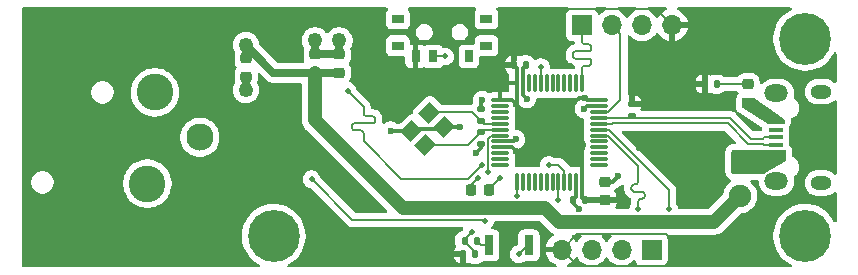
<source format=gbr>
%TF.GenerationSoftware,KiCad,Pcbnew,9.0.0*%
%TF.CreationDate,2025-03-28T00:52:52+01:00*%
%TF.ProjectId,DMX-Adapter-small-V3,444d582d-4164-4617-9074-65722d736d61,rev?*%
%TF.SameCoordinates,Original*%
%TF.FileFunction,Copper,L1,Top*%
%TF.FilePolarity,Positive*%
%FSLAX46Y46*%
G04 Gerber Fmt 4.6, Leading zero omitted, Abs format (unit mm)*
G04 Created by KiCad (PCBNEW 9.0.0) date 2025-03-28 00:52:52*
%MOMM*%
%LPD*%
G01*
G04 APERTURE LIST*
G04 Aperture macros list*
%AMRoundRect*
0 Rectangle with rounded corners*
0 $1 Rounding radius*
0 $2 $3 $4 $5 $6 $7 $8 $9 X,Y pos of 4 corners*
0 Add a 4 corners polygon primitive as box body*
4,1,4,$2,$3,$4,$5,$6,$7,$8,$9,$2,$3,0*
0 Add four circle primitives for the rounded corners*
1,1,$1+$1,$2,$3*
1,1,$1+$1,$4,$5*
1,1,$1+$1,$6,$7*
1,1,$1+$1,$8,$9*
0 Add four rect primitives between the rounded corners*
20,1,$1+$1,$2,$3,$4,$5,0*
20,1,$1+$1,$4,$5,$6,$7,0*
20,1,$1+$1,$6,$7,$8,$9,0*
20,1,$1+$1,$8,$9,$2,$3,0*%
%AMRotRect*
0 Rectangle, with rotation*
0 The origin of the aperture is its center*
0 $1 length*
0 $2 width*
0 $3 Rotation angle, in degrees counterclockwise*
0 Add horizontal line*
21,1,$1,$2,0,0,$3*%
G04 Aperture macros list end*
%TA.AperFunction,SMDPad,CuDef*%
%ADD10RoundRect,0.135000X0.135000X0.185000X-0.135000X0.185000X-0.135000X-0.185000X0.135000X-0.185000X0*%
%TD*%
%TA.AperFunction,SMDPad,CuDef*%
%ADD11RoundRect,0.218750X-0.218750X-0.256250X0.218750X-0.256250X0.218750X0.256250X-0.218750X0.256250X0*%
%TD*%
%TA.AperFunction,ComponentPad*%
%ADD12R,1.700000X1.700000*%
%TD*%
%TA.AperFunction,ComponentPad*%
%ADD13O,1.700000X1.700000*%
%TD*%
%TA.AperFunction,SMDPad,CuDef*%
%ADD14R,0.800000X1.700000*%
%TD*%
%TA.AperFunction,SMDPad,CuDef*%
%ADD15RoundRect,0.140000X0.140000X0.170000X-0.140000X0.170000X-0.140000X-0.170000X0.140000X-0.170000X0*%
%TD*%
%TA.AperFunction,SMDPad,CuDef*%
%ADD16RoundRect,0.225000X-0.250000X0.225000X-0.250000X-0.225000X0.250000X-0.225000X0.250000X0.225000X0*%
%TD*%
%TA.AperFunction,SMDPad,CuDef*%
%ADD17RoundRect,0.225000X0.250000X-0.225000X0.250000X0.225000X-0.250000X0.225000X-0.250000X-0.225000X0*%
%TD*%
%TA.AperFunction,SMDPad,CuDef*%
%ADD18R,0.700000X1.000000*%
%TD*%
%TA.AperFunction,SMDPad,CuDef*%
%ADD19R,1.000000X0.800000*%
%TD*%
%TA.AperFunction,ComponentPad*%
%ADD20C,4.400000*%
%TD*%
%TA.AperFunction,SMDPad,CuDef*%
%ADD21RoundRect,0.135000X-0.135000X-0.185000X0.135000X-0.185000X0.135000X0.185000X-0.135000X0.185000X0*%
%TD*%
%TA.AperFunction,SMDPad,CuDef*%
%ADD22RoundRect,0.075000X-0.662500X-0.075000X0.662500X-0.075000X0.662500X0.075000X-0.662500X0.075000X0*%
%TD*%
%TA.AperFunction,SMDPad,CuDef*%
%ADD23RoundRect,0.075000X-0.075000X-0.662500X0.075000X-0.662500X0.075000X0.662500X-0.075000X0.662500X0*%
%TD*%
%TA.AperFunction,SMDPad,CuDef*%
%ADD24RoundRect,0.140000X-0.140000X-0.170000X0.140000X-0.170000X0.140000X0.170000X-0.140000X0.170000X0*%
%TD*%
%TA.AperFunction,SMDPad,CuDef*%
%ADD25RoundRect,0.218750X0.256250X-0.218750X0.256250X0.218750X-0.256250X0.218750X-0.256250X-0.218750X0*%
%TD*%
%TA.AperFunction,SMDPad,CuDef*%
%ADD26RoundRect,0.140000X0.170000X-0.140000X0.170000X0.140000X-0.170000X0.140000X-0.170000X-0.140000X0*%
%TD*%
%TA.AperFunction,SMDPad,CuDef*%
%ADD27RoundRect,0.135000X-0.185000X0.135000X-0.185000X-0.135000X0.185000X-0.135000X0.185000X0.135000X0*%
%TD*%
%TA.AperFunction,SMDPad,CuDef*%
%ADD28RoundRect,0.140000X-0.170000X0.140000X-0.170000X-0.140000X0.170000X-0.140000X0.170000X0.140000X0*%
%TD*%
%TA.AperFunction,ComponentPad*%
%ADD29C,3.100000*%
%TD*%
%TA.AperFunction,ComponentPad*%
%ADD30C,2.300000*%
%TD*%
%TA.AperFunction,SMDPad,CuDef*%
%ADD31RotRect,1.400000X1.200000X225.000000*%
%TD*%
%TA.AperFunction,SMDPad,CuDef*%
%ADD32R,1.300000X0.450000*%
%TD*%
%TA.AperFunction,HeatsinkPad*%
%ADD33O,1.800000X1.150000*%
%TD*%
%TA.AperFunction,HeatsinkPad*%
%ADD34O,2.000000X1.450000*%
%TD*%
%TA.AperFunction,ViaPad*%
%ADD35C,0.500000*%
%TD*%
%TA.AperFunction,ViaPad*%
%ADD36C,0.600000*%
%TD*%
%TA.AperFunction,ViaPad*%
%ADD37C,1.250000*%
%TD*%
%TA.AperFunction,ViaPad*%
%ADD38C,1.900000*%
%TD*%
%TA.AperFunction,Conductor*%
%ADD39C,0.200000*%
%TD*%
%TA.AperFunction,Conductor*%
%ADD40C,0.300000*%
%TD*%
%TA.AperFunction,Conductor*%
%ADD41C,0.700000*%
%TD*%
%TA.AperFunction,Conductor*%
%ADD42C,1.200000*%
%TD*%
G04 APERTURE END LIST*
D10*
%TO.P,R7,1*%
%TO.N,Net-(R7-Pad1)*%
X174020000Y-45250000D03*
%TO.P,R7,2*%
%TO.N,NRST*%
X173000000Y-45250000D03*
%TD*%
D11*
%TO.P,D2,1,K*%
%TO.N,GND*%
X173525000Y-41000000D03*
%TO.P,D2,2,A*%
%TO.N,Net-(D2-A)*%
X175100000Y-41000000D03*
%TD*%
D12*
%TO.P,J3,1,Pin_1*%
%TO.N,SWCLK*%
X182950000Y-27000000D03*
D13*
%TO.P,J3,2,Pin_2*%
%TO.N,SWDIO*%
X185490000Y-27000000D03*
%TO.P,J3,3,Pin_3*%
%TO.N,GND*%
X188030000Y-27000000D03*
%TO.P,J3,4,Pin_4*%
%TO.N,+3V3*%
X190570000Y-27000000D03*
%TD*%
D14*
%TO.P,SW1,1,1*%
%TO.N,GND*%
X178450000Y-45650000D03*
%TO.P,SW1,2,2*%
%TO.N,Net-(R7-Pad1)*%
X175050000Y-45650000D03*
%TD*%
D15*
%TO.P,C5,1*%
%TO.N,+3V3*%
X183170000Y-41830000D03*
%TO.P,C5,2*%
%TO.N,GND*%
X182210000Y-41830000D03*
%TD*%
D16*
%TO.P,C7,1*%
%TO.N,+5V*%
X154500000Y-29800000D03*
%TO.P,C7,2*%
%TO.N,GND*%
X154500000Y-31350000D03*
%TD*%
D17*
%TO.P,C12,1*%
%TO.N,+5V*%
X160350000Y-31025000D03*
%TO.P,C12,2*%
%TO.N,GND*%
X160350000Y-29475000D03*
%TD*%
D18*
%TO.P,SW2,1,A*%
%TO.N,unconnected-(SW2-A-Pad1)*%
X173350000Y-29650000D03*
%TO.P,SW2,2,B*%
%TO.N,BOOT0*%
X170350000Y-29650000D03*
%TO.P,SW2,3,C*%
%TO.N,+3V3*%
X168850000Y-29650000D03*
D19*
%TO.P,SW2,MP1*%
%TO.N,N/C*%
X174850000Y-28750000D03*
%TO.P,SW2,MP2*%
X167350000Y-28750000D03*
%TO.P,SW2,MP3*%
X167350000Y-26450000D03*
%TO.P,SW2,MP4*%
X174850000Y-26450000D03*
%TD*%
D17*
%TO.P,C6,1*%
%TO.N,+3V3*%
X184900000Y-41800000D03*
%TO.P,C6,2*%
%TO.N,GND*%
X184900000Y-40250000D03*
%TD*%
D20*
%TO.P,H1,1,1*%
%TO.N,GND*%
X201850000Y-28150000D03*
%TD*%
D21*
%TO.P,R4,1*%
%TO.N,+3V3*%
X172880000Y-46400000D03*
%TO.P,R4,2*%
%TO.N,NRST*%
X173900000Y-46400000D03*
%TD*%
D20*
%TO.P,H2,1,1*%
%TO.N,GND*%
X201850000Y-44850000D03*
%TD*%
D22*
%TO.P,U1,1,VBAT*%
%TO.N,+3V3*%
X176037500Y-33350000D03*
%TO.P,U1,2,PC13*%
%TO.N,unconnected-(U1-PC13-Pad2)*%
X176037500Y-33850000D03*
%TO.P,U1,3,PC14*%
%TO.N,unconnected-(U1-PC14-Pad3)*%
X176037500Y-34350000D03*
%TO.P,U1,4,PC15*%
%TO.N,unconnected-(U1-PC15-Pad4)*%
X176037500Y-34850000D03*
%TO.P,U1,5,PD0*%
%TO.N,CLK_IN*%
X176037500Y-35350000D03*
%TO.P,U1,6,PD1*%
%TO.N,CLK_OUT*%
X176037500Y-35850000D03*
%TO.P,U1,7,NRST*%
%TO.N,NRST*%
X176037500Y-36350000D03*
%TO.P,U1,8,VSSA*%
%TO.N,GND*%
X176037500Y-36850000D03*
%TO.P,U1,9,VDDA*%
%TO.N,+3V3*%
X176037500Y-37350000D03*
%TO.P,U1,10,PA0*%
%TO.N,unconnected-(U1-PA0-Pad10)*%
X176037500Y-37850000D03*
%TO.P,U1,11,PA1*%
%TO.N,unconnected-(U1-PA1-Pad11)*%
X176037500Y-38350000D03*
%TO.P,U1,12,PA2*%
%TO.N,unconnected-(U1-PA2-Pad12)*%
X176037500Y-38850000D03*
D23*
%TO.P,U1,13,PA3*%
%TO.N,STAT_LED*%
X177450000Y-40262500D03*
%TO.P,U1,14,PA4*%
%TO.N,unconnected-(U1-PA4-Pad14)*%
X177950000Y-40262500D03*
%TO.P,U1,15,PA5*%
%TO.N,unconnected-(U1-PA5-Pad15)*%
X178450000Y-40262500D03*
%TO.P,U1,16,PA6*%
%TO.N,unconnected-(U1-PA6-Pad16)*%
X178950000Y-40262500D03*
%TO.P,U1,17,PA7*%
%TO.N,unconnected-(U1-PA7-Pad17)*%
X179450000Y-40262500D03*
%TO.P,U1,18,PB0*%
%TO.N,unconnected-(U1-PB0-Pad18)*%
X179950000Y-40262500D03*
%TO.P,U1,19,PB1*%
%TO.N,unconnected-(U1-PB1-Pad19)*%
X180450000Y-40262500D03*
%TO.P,U1,20,PB2*%
%TO.N,DMX_INT*%
X180950000Y-40262500D03*
%TO.P,U1,21,PB10*%
%TO.N,USART_TX_DMX*%
X181450000Y-40262500D03*
%TO.P,U1,22,PB11*%
%TO.N,unconnected-(U1-PB11-Pad22)*%
X181950000Y-40262500D03*
%TO.P,U1,23,VSS*%
%TO.N,GND*%
X182450000Y-40262500D03*
%TO.P,U1,24,VDD*%
%TO.N,+3V3*%
X182950000Y-40262500D03*
D22*
%TO.P,U1,25,PB12*%
%TO.N,unconnected-(U1-PB12-Pad25)*%
X184362500Y-38850000D03*
%TO.P,U1,26,PB13*%
%TO.N,unconnected-(U1-PB13-Pad26)*%
X184362500Y-38350000D03*
%TO.P,U1,27,PB14*%
%TO.N,unconnected-(U1-PB14-Pad27)*%
X184362500Y-37850000D03*
%TO.P,U1,28,PB15*%
%TO.N,unconnected-(U1-PB15-Pad28)*%
X184362500Y-37350000D03*
%TO.P,U1,29,PA8*%
%TO.N,unconnected-(U1-PA8-Pad29)*%
X184362500Y-36850000D03*
%TO.P,U1,30,PA9*%
%TO.N,USART_TX*%
X184362500Y-36350000D03*
%TO.P,U1,31,PA10*%
%TO.N,USART_RX*%
X184362500Y-35850000D03*
%TO.P,U1,32,PA11*%
%TO.N,USB-*%
X184362500Y-35350000D03*
%TO.P,U1,33,PA12*%
%TO.N,USB+*%
X184362500Y-34850000D03*
%TO.P,U1,34,PA13*%
%TO.N,SWDIO*%
X184362500Y-34350000D03*
%TO.P,U1,35,VSS*%
%TO.N,GND*%
X184362500Y-33850000D03*
%TO.P,U1,36,VDD*%
%TO.N,+3V3*%
X184362500Y-33350000D03*
D23*
%TO.P,U1,37,PA14*%
%TO.N,SWCLK*%
X182950000Y-31937500D03*
%TO.P,U1,38,PA15*%
%TO.N,unconnected-(U1-PA15-Pad38)*%
X182450000Y-31937500D03*
%TO.P,U1,39,PB3*%
%TO.N,unconnected-(U1-PB3-Pad39)*%
X181950000Y-31937500D03*
%TO.P,U1,40,PB4*%
%TO.N,unconnected-(U1-PB4-Pad40)*%
X181450000Y-31937500D03*
%TO.P,U1,41,PB5*%
%TO.N,unconnected-(U1-PB5-Pad41)*%
X180950000Y-31937500D03*
%TO.P,U1,42,PB6*%
%TO.N,unconnected-(U1-PB6-Pad42)*%
X180450000Y-31937500D03*
%TO.P,U1,43,PB7*%
%TO.N,unconnected-(U1-PB7-Pad43)*%
X179950000Y-31937500D03*
%TO.P,U1,44,BOOT0*%
%TO.N,BOOT0*%
X179450000Y-31937500D03*
%TO.P,U1,45,PB8*%
%TO.N,unconnected-(U1-PB8-Pad45)*%
X178950000Y-31937500D03*
%TO.P,U1,46,PB9*%
%TO.N,unconnected-(U1-PB9-Pad46)*%
X178450000Y-31937500D03*
%TO.P,U1,47,VSS*%
%TO.N,GND*%
X177950000Y-31937500D03*
%TO.P,U1,48,VDD*%
%TO.N,+3V3*%
X177450000Y-31937500D03*
%TD*%
D24*
%TO.P,C1,1*%
%TO.N,+3V3*%
X177210000Y-30380000D03*
%TO.P,C1,2*%
%TO.N,GND*%
X178170000Y-30380000D03*
%TD*%
D25*
%TO.P,D1,1,K*%
%TO.N,GND*%
X197000000Y-33575000D03*
%TO.P,D1,2,A*%
%TO.N,Net-(D1-A)*%
X197000000Y-32000000D03*
%TD*%
D21*
%TO.P,R3,1*%
%TO.N,+3V3*%
X193330000Y-32000000D03*
%TO.P,R3,2*%
%TO.N,Net-(D1-A)*%
X194350000Y-32000000D03*
%TD*%
D26*
%TO.P,C8,1*%
%TO.N,CLK_IN*%
X174370000Y-35090000D03*
%TO.P,C8,2*%
%TO.N,GND*%
X174370000Y-34130000D03*
%TD*%
D27*
%TO.P,R1,1*%
%TO.N,+3V3*%
X187150000Y-33680000D03*
%TO.P,R1,2*%
%TO.N,USB+*%
X187150000Y-34700000D03*
%TD*%
D12*
%TO.P,J2,1,Pin_1*%
%TO.N,USART_RX*%
X188840000Y-46000000D03*
D13*
%TO.P,J2,2,Pin_2*%
%TO.N,USART_TX*%
X186300000Y-46000000D03*
%TO.P,J2,3,Pin_3*%
%TO.N,GND*%
X183760000Y-46000000D03*
%TO.P,J2,4,Pin_4*%
%TO.N,+3V3*%
X181220000Y-46000000D03*
%TD*%
D28*
%TO.P,C9,1*%
%TO.N,CLK_OUT*%
X174370000Y-36080000D03*
%TO.P,C9,2*%
%TO.N,GND*%
X174370000Y-37040000D03*
%TD*%
D29*
%TO.P,J4,1*%
%TO.N,GND*%
X146150000Y-40410000D03*
%TO.P,J4,2*%
%TO.N,DMX-*%
X146785000Y-32690000D03*
D30*
%TO.P,J4,3*%
%TO.N,DMX+*%
X150600000Y-36500000D03*
%TD*%
D31*
%TO.P,Y1,1,1*%
%TO.N,CLK_IN*%
X170017919Y-34427919D03*
%TO.P,Y1,2,2*%
%TO.N,GND*%
X168462284Y-35983554D03*
%TO.P,Y1,3,3*%
%TO.N,CLK_OUT*%
X169664365Y-37185635D03*
%TO.P,Y1,4,4*%
%TO.N,GND*%
X171220000Y-35630000D03*
%TD*%
D20*
%TO.P,H3,1,1*%
%TO.N,GND*%
X156850000Y-44850000D03*
%TD*%
D32*
%TO.P,J1,1,VBUS*%
%TO.N,+5V*%
X199350000Y-37800000D03*
%TO.P,J1,2,D-*%
%TO.N,USB-*%
X199350000Y-37150000D03*
%TO.P,J1,3,D+*%
%TO.N,USB+*%
X199350000Y-36500000D03*
%TO.P,J1,4,ID*%
%TO.N,unconnected-(J1-ID-Pad4)*%
X199350000Y-35850000D03*
%TO.P,J1,5,GND*%
%TO.N,GND*%
X199350000Y-35200000D03*
D33*
%TO.P,J1,6,Shield*%
%TO.N,unconnected-(J1-Shield-Pad6)_2*%
X203200000Y-40375000D03*
D34*
%TO.N,unconnected-(J1-Shield-Pad6)_3*%
X199400000Y-40225000D03*
%TO.N,unconnected-(J1-Shield-Pad6)*%
X199400000Y-32775000D03*
D33*
%TO.N,unconnected-(J1-Shield-Pad6)_1*%
X203200000Y-32625000D03*
%TD*%
D17*
%TO.P,C13,1*%
%TO.N,+5V*%
X162400000Y-31025000D03*
%TO.P,C13,2*%
%TO.N,GND*%
X162400000Y-29475000D03*
%TD*%
D35*
%TO.N,GND*%
X174163909Y-39913909D03*
%TO.N,Net-(D2-A)*%
X176000000Y-39950000D03*
%TO.N,STAT_LED*%
X177450000Y-41450000D03*
D36*
%TO.N,+3V3*%
X181900000Y-30500000D03*
D37*
X191875000Y-41375000D03*
X188000000Y-37150000D03*
D36*
X177320000Y-33680000D03*
X177320000Y-37630000D03*
X183183694Y-33153606D03*
D38*
X197250000Y-44850000D03*
D37*
X182650000Y-37150000D03*
D36*
X187100000Y-30500000D03*
D37*
%TO.N,GND*%
X154500000Y-32500000D03*
D36*
X174500000Y-33350000D03*
X174000000Y-37800000D03*
D35*
X198050000Y-33900000D03*
D36*
X177320000Y-36680000D03*
X186000000Y-39800000D03*
D35*
X199050000Y-34600000D03*
X198050000Y-34600000D03*
D36*
X183120000Y-34080000D03*
X178270000Y-33230000D03*
D37*
X160350000Y-28300000D03*
X162400000Y-28300000D03*
D35*
X177600000Y-46400000D03*
X198550000Y-34250000D03*
D36*
X182700000Y-42550000D03*
X172650000Y-35600000D03*
X166750000Y-35950000D03*
%TO.N,+5V*%
X199350000Y-38525000D03*
D38*
X196350000Y-41450000D03*
D36*
X197600000Y-38575000D03*
D37*
X154500000Y-28700000D03*
D36*
X197600000Y-37875000D03*
X198400000Y-38825000D03*
X197600000Y-39275000D03*
D35*
%TO.N,USART_TX*%
X187700000Y-42600000D03*
%TO.N,USART_RX*%
X190318630Y-42600001D03*
%TO.N,DMX_INT*%
X180950000Y-41800000D03*
X174750000Y-43550000D03*
X160050000Y-40050000D03*
%TO.N,USART_TX_DMX*%
X180150000Y-38850000D03*
X163100000Y-32550000D03*
X174450000Y-38850000D03*
%TO.N,NRST*%
X175000000Y-39400000D03*
X173599000Y-44499000D03*
%TO.N,BOOT0*%
X179450000Y-30550000D03*
X171350000Y-29650000D03*
%TD*%
D39*
%TO.N,GND*%
X173525000Y-40552818D02*
X174163909Y-39913909D01*
X173525000Y-41000000D02*
X173525000Y-40552818D01*
%TO.N,Net-(D2-A)*%
X175100000Y-40850000D02*
X175100000Y-41000000D01*
X176000000Y-39950000D02*
X175100000Y-40850000D01*
%TO.N,STAT_LED*%
X177450000Y-40262500D02*
X177450000Y-41450000D01*
%TO.N,Net-(R7-Pad1)*%
X174020000Y-45250000D02*
X174420000Y-45650000D01*
X174420000Y-45650000D02*
X175050000Y-45650000D01*
%TO.N,NRST*%
X173000000Y-45250000D02*
X173000000Y-45350000D01*
X173000000Y-45350000D02*
X173900000Y-46250000D01*
X173900000Y-46250000D02*
X173900000Y-46400000D01*
X173000000Y-45250000D02*
X173000000Y-45098000D01*
X173000000Y-45098000D02*
X173599000Y-44499000D01*
D40*
%TO.N,+3V3*%
X176037500Y-33350000D02*
X176990000Y-33350000D01*
D39*
X181220000Y-46000000D02*
X182619000Y-47399000D01*
D40*
X183183694Y-33153606D02*
X182696394Y-33153606D01*
X182950000Y-40262500D02*
X182950000Y-38850000D01*
X177450000Y-31937500D02*
X177450000Y-30620000D01*
X183850000Y-41830000D02*
X184870000Y-41830000D01*
D41*
X191875000Y-41025000D02*
X188000000Y-37150000D01*
X191875000Y-41375000D02*
X191875000Y-41025000D01*
D40*
X182950000Y-41610000D02*
X183170000Y-41830000D01*
X176712500Y-31937500D02*
X176700000Y-31950000D01*
X184362500Y-33350000D02*
X183380088Y-33350000D01*
D39*
X181220000Y-46000000D02*
X182520000Y-44700000D01*
D40*
X176037500Y-32637500D02*
X176000000Y-32600000D01*
X177450000Y-33550000D02*
X177320000Y-33680000D01*
D39*
X189170000Y-25600000D02*
X181750000Y-25600000D01*
D40*
X177040000Y-37350000D02*
X177320000Y-37630000D01*
D39*
X190100000Y-44700000D02*
X190300000Y-44900000D01*
D40*
X176990000Y-33350000D02*
X177320000Y-33680000D01*
D39*
X182520000Y-44700000D02*
X182650000Y-44700000D01*
D40*
X176037500Y-37350000D02*
X177040000Y-37350000D01*
D41*
X191900000Y-41400000D02*
X191875000Y-41375000D01*
D40*
X177450000Y-30620000D02*
X177210000Y-30380000D01*
X177450000Y-31937500D02*
X177450000Y-33550000D01*
X177450000Y-31937500D02*
X176712500Y-31937500D01*
X183170000Y-41830000D02*
X183850000Y-41830000D01*
D39*
X182650000Y-44700000D02*
X190100000Y-44700000D01*
X182619000Y-47399000D02*
X190000000Y-47399000D01*
D40*
X182696394Y-33153606D02*
X182500000Y-33350000D01*
X183380088Y-33350000D02*
X183183694Y-33153606D01*
X176037500Y-33350000D02*
X176037500Y-32637500D01*
D39*
X190570000Y-27000000D02*
X189170000Y-25600000D01*
D40*
X184870000Y-41830000D02*
X184900000Y-41800000D01*
X182950000Y-40262500D02*
X182950000Y-41610000D01*
%TO.N,GND*%
X185550000Y-40250000D02*
X186000000Y-39800000D01*
X168462284Y-35983554D02*
X168462284Y-35987716D01*
D41*
X160350000Y-29475000D02*
X162400000Y-29475000D01*
D40*
X168462284Y-35983554D02*
X166783554Y-35983554D01*
X183350000Y-33850000D02*
X183120000Y-34080000D01*
D41*
X162400000Y-29475000D02*
X162400000Y-28300000D01*
D40*
X171050000Y-35800000D02*
X171220000Y-35630000D01*
X168462284Y-35983554D02*
X168645838Y-35800000D01*
D41*
X160350000Y-29475000D02*
X160350000Y-28300000D01*
D40*
X171220000Y-35630000D02*
X171380000Y-35630000D01*
X177950000Y-32910000D02*
X178270000Y-33230000D01*
X177950000Y-31937500D02*
X177950000Y-32910000D01*
X174370000Y-33480000D02*
X174500000Y-33350000D01*
X172620000Y-35630000D02*
X172650000Y-35600000D01*
X166783554Y-35983554D02*
X166750000Y-35950000D01*
X177950000Y-30600000D02*
X178170000Y-30380000D01*
D39*
X178350000Y-45650000D02*
X177600000Y-46400000D01*
D40*
X177150000Y-36850000D02*
X177320000Y-36680000D01*
X174370000Y-37040000D02*
X174370000Y-37430000D01*
X182210000Y-42060000D02*
X182700000Y-42550000D01*
X171220000Y-35630000D02*
X172620000Y-35630000D01*
X177950000Y-31937500D02*
X177950000Y-30600000D01*
X176037500Y-36850000D02*
X177150000Y-36850000D01*
D39*
X178450000Y-45650000D02*
X178350000Y-45650000D01*
D40*
X168645838Y-35800000D02*
X171050000Y-35800000D01*
X174370000Y-34130000D02*
X174370000Y-33480000D01*
X182210000Y-41830000D02*
X182210000Y-42060000D01*
X182450000Y-40262500D02*
X182450000Y-41590000D01*
X184900000Y-40250000D02*
X185550000Y-40250000D01*
X184362500Y-33850000D02*
X183350000Y-33850000D01*
D41*
X154500000Y-31350000D02*
X154500000Y-32500000D01*
D40*
X174370000Y-37430000D02*
X174000000Y-37800000D01*
X182450000Y-41590000D02*
X182210000Y-41830000D01*
D42*
%TO.N,+5V*%
X167800000Y-42500000D02*
X160350000Y-35050000D01*
D41*
X154500000Y-28700000D02*
X154500000Y-29800000D01*
D42*
X160350000Y-35050000D02*
X160350000Y-31025000D01*
D41*
X160350000Y-31025000D02*
X156825000Y-31025000D01*
D42*
X181000000Y-43650000D02*
X179850000Y-42500000D01*
D41*
X156825000Y-31025000D02*
X154500000Y-28700000D01*
D42*
X194150000Y-43650000D02*
X181000000Y-43650000D01*
X179850000Y-42500000D02*
X167800000Y-42500000D01*
X196350000Y-41450000D02*
X194150000Y-43650000D01*
D41*
X162400000Y-31025000D02*
X160350000Y-31025000D01*
D39*
%TO.N,CLK_IN*%
X176037500Y-35350000D02*
X174630000Y-35350000D01*
X170095838Y-34350000D02*
X170017919Y-34427919D01*
X174630000Y-35350000D02*
X174370000Y-35090000D01*
D40*
X174370000Y-35090000D02*
X174230000Y-35090000D01*
D39*
X173630000Y-34350000D02*
X170095838Y-34350000D01*
X174370000Y-35090000D02*
X173630000Y-34350000D01*
%TO.N,CLK_OUT*%
X176037500Y-35850000D02*
X174600000Y-35850000D01*
X173264365Y-37185635D02*
X169664365Y-37185635D01*
X174600000Y-35850000D02*
X174370000Y-36080000D01*
X174370000Y-36080000D02*
X173264365Y-37185635D01*
%TO.N,Net-(D1-A)*%
X197000000Y-32000000D02*
X194350000Y-32000000D01*
%TO.N,USB+*%
X184362500Y-34850000D02*
X185468751Y-34850000D01*
X195493198Y-34875000D02*
X197218198Y-36600000D01*
X185468751Y-34850000D02*
X185493751Y-34875000D01*
X198274999Y-36600000D02*
X198374999Y-36500000D01*
X197218198Y-36600000D02*
X198274999Y-36600000D01*
X198374999Y-36500000D02*
X199350000Y-36500000D01*
X185493751Y-34875000D02*
X195493198Y-34875000D01*
%TO.N,USB-*%
X185493751Y-35325000D02*
X195306802Y-35325000D01*
X195306802Y-35325000D02*
X197031802Y-37050000D01*
X198374999Y-37150000D02*
X199350000Y-37150000D01*
X197031802Y-37050000D02*
X198274999Y-37050000D01*
X198274999Y-37050000D02*
X198374999Y-37150000D01*
X185468751Y-35350000D02*
X185493751Y-35325000D01*
X184362500Y-35350000D02*
X185468751Y-35350000D01*
%TO.N,USART_TX*%
X187940000Y-41090179D02*
X187460000Y-41090179D01*
X187940000Y-41690179D02*
X188028652Y-41690179D01*
X187371324Y-40490179D02*
X187460000Y-40490179D01*
X187460000Y-41090179D02*
X187371324Y-41090179D01*
X187131324Y-40850179D02*
X187131324Y-40730179D01*
X188268652Y-41450179D02*
X188268652Y-41330179D01*
X187700000Y-40130179D02*
X187700000Y-38941176D01*
X187700000Y-38941176D02*
X187700000Y-38916176D01*
X187700000Y-42600000D02*
X187700000Y-41930179D01*
X187700000Y-38916176D02*
X185133824Y-36350000D01*
X187700000Y-40250179D02*
X187700000Y-40130179D01*
X185133824Y-36350000D02*
X184362500Y-36350000D01*
X188028652Y-41090179D02*
X187940000Y-41090179D01*
X187371324Y-41090179D02*
G75*
G02*
X187131321Y-40850179I-24J239979D01*
G01*
X187700000Y-41930179D02*
G75*
G02*
X187940000Y-41690200I240000J-21D01*
G01*
X188028652Y-41690179D02*
G75*
G03*
X188268679Y-41450179I48J239979D01*
G01*
X188268652Y-41330179D02*
G75*
G03*
X188028652Y-41090248I-239952J-21D01*
G01*
X187131324Y-40730179D02*
G75*
G02*
X187371324Y-40490224I239976J-21D01*
G01*
X187460000Y-40490179D02*
G75*
G03*
X187699979Y-40250179I0J239979D01*
G01*
%TO.N,USART_RX*%
X184362500Y-35850000D02*
X185200924Y-35850000D01*
X190318630Y-40967706D02*
X190318630Y-42600001D01*
X185200924Y-35850000D02*
X190318630Y-40967706D01*
%TO.N,SWCLK*%
X182950000Y-29827404D02*
X182397838Y-29827404D01*
X183190000Y-30427404D02*
X183502162Y-30427404D01*
X182157838Y-29587404D02*
X182157838Y-29467404D01*
X183190000Y-29227404D02*
X183502187Y-29227404D01*
X182950000Y-28387404D02*
X182950000Y-28267404D01*
X183190000Y-29827404D02*
X182950000Y-29827404D01*
X183742187Y-28987404D02*
X183742187Y-28867404D01*
X182950000Y-28267404D02*
X182950000Y-27450000D01*
X183742162Y-30187404D02*
X183742162Y-30067404D01*
X183502187Y-28627404D02*
X183190000Y-28627404D01*
X182397838Y-29227404D02*
X182950000Y-29227404D01*
X182950000Y-31937500D02*
X182950000Y-30667404D01*
X182950000Y-27450000D02*
X182950000Y-27000000D01*
X183502162Y-29827404D02*
X183190000Y-29827404D01*
X182950000Y-29227404D02*
X183190000Y-29227404D01*
X183502187Y-29227404D02*
G75*
G03*
X183742204Y-28987404I13J240004D01*
G01*
X182157838Y-29467404D02*
G75*
G02*
X182397838Y-29227438I239962J4D01*
G01*
X182397838Y-29827404D02*
G75*
G02*
X182157796Y-29587404I-38J240004D01*
G01*
X183742162Y-30067404D02*
G75*
G03*
X183502162Y-29827438I-239962J4D01*
G01*
X183190000Y-28627404D02*
G75*
G02*
X182949996Y-28387404I0J240004D01*
G01*
X183502162Y-30427404D02*
G75*
G03*
X183742204Y-30187404I38J240004D01*
G01*
X183742187Y-28867404D02*
G75*
G03*
X183502187Y-28627413I-239987J4D01*
G01*
X182950000Y-30667404D02*
G75*
G02*
X183190000Y-30427400I240000J4D01*
G01*
%TO.N,SWDIO*%
X184362500Y-34350000D02*
X185150000Y-34350000D01*
X186200000Y-33300000D02*
X186200000Y-27710000D01*
X186200000Y-27710000D02*
X185490000Y-27000000D01*
X185150000Y-34350000D02*
X186200000Y-33300000D01*
%TO.N,DMX_INT*%
X160050000Y-40050000D02*
X163500000Y-43500000D01*
X174700000Y-43500000D02*
X174750000Y-43550000D01*
X163500000Y-43500000D02*
X174700000Y-43500000D01*
X180950000Y-40262500D02*
X180950000Y-41800000D01*
%TO.N,USART_TX_DMX*%
X163100000Y-32550000D02*
X164450000Y-33900000D01*
X165210000Y-35315000D02*
X164690000Y-35315000D01*
X163690000Y-35915000D02*
X164210000Y-35915000D01*
X164450000Y-36275000D02*
X164450000Y-36430826D01*
X164450000Y-36800000D02*
X167650000Y-40000000D01*
X164210000Y-35315000D02*
X163690000Y-35315000D01*
X164450000Y-36430826D02*
X164450000Y-36800000D01*
X163450000Y-35555000D02*
X163450000Y-35675000D01*
X165450000Y-34955000D02*
X165450000Y-35075000D01*
X164690000Y-34715000D02*
X165210000Y-34715000D01*
X180150000Y-38850000D02*
X180950000Y-38850000D01*
X173300000Y-40000000D02*
X174450000Y-38850000D01*
X181450000Y-39350000D02*
X181450000Y-40262500D01*
X164450000Y-36155000D02*
X164450000Y-36275000D01*
X180950000Y-38850000D02*
X181450000Y-39350000D01*
X167650000Y-40000000D02*
X173300000Y-40000000D01*
X164690000Y-35315000D02*
X164210000Y-35315000D01*
X164450000Y-33900000D02*
X164450000Y-34475000D01*
X165450000Y-35075000D02*
G75*
G02*
X165210000Y-35315000I-240000J0D01*
G01*
X164210000Y-35915000D02*
G75*
G02*
X164450000Y-36155000I0J-240000D01*
G01*
X165210000Y-34715000D02*
G75*
G02*
X165450000Y-34955000I0J-240000D01*
G01*
X163450000Y-35675000D02*
G75*
G03*
X163690000Y-35915000I240000J0D01*
G01*
X163690000Y-35315000D02*
G75*
G03*
X163450000Y-35555000I0J-240000D01*
G01*
X164450000Y-34475000D02*
G75*
G03*
X164690000Y-34715000I240000J0D01*
G01*
%TO.N,NRST*%
X176037500Y-36350000D02*
X175266176Y-36350000D01*
X175266176Y-36350000D02*
X175000000Y-36616176D01*
X175000000Y-39400000D02*
X175000000Y-36616176D01*
%TO.N,BOOT0*%
X170350000Y-29650000D02*
X171350000Y-29650000D01*
X179450000Y-30550000D02*
X179450000Y-31937500D01*
%TD*%
%TA.AperFunction,Conductor*%
%TO.N,+3V3*%
G36*
X166455468Y-25520185D02*
G01*
X166501223Y-25572989D01*
X166511167Y-25642147D01*
X166487695Y-25698811D01*
X166406206Y-25807664D01*
X166406202Y-25807671D01*
X166355908Y-25942517D01*
X166352924Y-25970276D01*
X166349501Y-26002123D01*
X166349500Y-26002135D01*
X166349500Y-26897870D01*
X166349501Y-26897876D01*
X166355908Y-26957483D01*
X166406202Y-27092328D01*
X166406206Y-27092335D01*
X166492452Y-27207544D01*
X166492455Y-27207547D01*
X166607664Y-27293793D01*
X166607671Y-27293797D01*
X166742517Y-27344091D01*
X166742516Y-27344091D01*
X166749444Y-27344835D01*
X166802127Y-27350500D01*
X167897872Y-27350499D01*
X167957483Y-27344091D01*
X168092331Y-27293796D01*
X168207546Y-27207546D01*
X168293796Y-27092331D01*
X168344091Y-26957483D01*
X168350500Y-26897873D01*
X168350499Y-26002128D01*
X168344091Y-25942517D01*
X168331094Y-25907671D01*
X168293797Y-25807671D01*
X168293793Y-25807664D01*
X168212305Y-25698811D01*
X168187887Y-25633347D01*
X168202738Y-25565074D01*
X168252143Y-25515668D01*
X168311571Y-25500500D01*
X173888429Y-25500500D01*
X173955468Y-25520185D01*
X174001223Y-25572989D01*
X174011167Y-25642147D01*
X173987695Y-25698811D01*
X173906206Y-25807664D01*
X173906202Y-25807671D01*
X173855908Y-25942517D01*
X173852924Y-25970276D01*
X173849501Y-26002123D01*
X173849500Y-26002135D01*
X173849500Y-26897870D01*
X173849501Y-26897876D01*
X173855908Y-26957483D01*
X173906202Y-27092328D01*
X173906206Y-27092335D01*
X173992452Y-27207544D01*
X173992455Y-27207547D01*
X174107664Y-27293793D01*
X174107671Y-27293797D01*
X174242517Y-27344091D01*
X174242516Y-27344091D01*
X174249444Y-27344835D01*
X174302127Y-27350500D01*
X175397872Y-27350499D01*
X175457483Y-27344091D01*
X175592331Y-27293796D01*
X175707546Y-27207546D01*
X175793796Y-27092331D01*
X175844091Y-26957483D01*
X175850500Y-26897873D01*
X175850499Y-26002128D01*
X175844091Y-25942517D01*
X175831094Y-25907671D01*
X175793797Y-25807671D01*
X175793793Y-25807664D01*
X175712305Y-25698811D01*
X175687887Y-25633347D01*
X175702738Y-25565074D01*
X175752143Y-25515668D01*
X175811571Y-25500500D01*
X181759897Y-25500500D01*
X181826936Y-25520185D01*
X181872691Y-25572989D01*
X181882635Y-25642147D01*
X181853610Y-25705703D01*
X181834208Y-25723766D01*
X181742455Y-25792452D01*
X181742452Y-25792455D01*
X181656206Y-25907664D01*
X181656202Y-25907671D01*
X181605908Y-26042517D01*
X181599501Y-26102116D01*
X181599500Y-26102135D01*
X181599500Y-27897870D01*
X181599501Y-27897876D01*
X181605908Y-27957483D01*
X181656202Y-28092328D01*
X181656206Y-28092335D01*
X181742452Y-28207544D01*
X181742455Y-28207547D01*
X181857664Y-28293793D01*
X181857671Y-28293797D01*
X181880008Y-28302128D01*
X181992517Y-28344091D01*
X182052127Y-28350500D01*
X182225496Y-28350499D01*
X182292535Y-28370183D01*
X182338290Y-28422987D01*
X182347903Y-28454685D01*
X182349496Y-28464532D01*
X182349497Y-28470196D01*
X182354418Y-28494936D01*
X182354775Y-28497139D01*
X182350680Y-28529688D01*
X182347758Y-28562352D01*
X182346342Y-28564173D01*
X182346055Y-28566463D01*
X182325016Y-28591628D01*
X182304896Y-28617530D01*
X182302484Y-28618579D01*
X182301241Y-28620067D01*
X182293502Y-28622488D01*
X182256544Y-28638573D01*
X182213448Y-28647139D01*
X182152750Y-28659204D01*
X181999769Y-28722550D01*
X181862091Y-28814524D01*
X181745001Y-28931597D01*
X181654485Y-29067051D01*
X181653007Y-29069263D01*
X181589640Y-29222233D01*
X181589638Y-29222238D01*
X181589638Y-29222239D01*
X181557337Y-29384623D01*
X181557338Y-29426203D01*
X181557338Y-29508366D01*
X181557337Y-29508388D01*
X181557337Y-29536011D01*
X181557295Y-29536154D01*
X181557297Y-29670200D01*
X181589606Y-29832599D01*
X181610719Y-29883562D01*
X181652585Y-29984623D01*
X181652980Y-29985575D01*
X181744981Y-30123244D01*
X181744984Y-30123247D01*
X181862068Y-30240310D01*
X181862074Y-30240315D01*
X181999751Y-30332288D01*
X181999754Y-30332289D01*
X181999757Y-30332291D01*
X182152740Y-30395636D01*
X182256541Y-30416268D01*
X182261057Y-30418630D01*
X182266155Y-30418581D01*
X182291709Y-30434658D01*
X182318456Y-30448645D01*
X182320978Y-30453073D01*
X182325293Y-30455788D01*
X182338097Y-30483126D01*
X182353038Y-30509356D01*
X182353352Y-30515697D01*
X182354928Y-30519062D01*
X182354495Y-30538773D01*
X182355268Y-30554354D01*
X182354746Y-30558247D01*
X182349499Y-30584631D01*
X182349499Y-30597413D01*
X182348401Y-30605611D01*
X182337420Y-30630280D01*
X182329814Y-30656185D01*
X182323426Y-30661719D01*
X182319989Y-30669443D01*
X182297412Y-30684261D01*
X182277010Y-30701940D01*
X182265395Y-30705275D01*
X182261577Y-30707782D01*
X182256499Y-30707830D01*
X182241688Y-30712084D01*
X182224764Y-30714313D01*
X182224761Y-30714313D01*
X182216711Y-30715374D01*
X182216319Y-30712399D01*
X182183684Y-30712399D01*
X182183292Y-30715374D01*
X182175237Y-30714313D01*
X182175236Y-30714313D01*
X182146271Y-30710499D01*
X182062727Y-30699500D01*
X182062720Y-30699500D01*
X181837280Y-30699500D01*
X181837272Y-30699500D01*
X181750393Y-30710938D01*
X181724764Y-30714313D01*
X181724762Y-30714313D01*
X181716708Y-30715374D01*
X181716316Y-30712399D01*
X181683684Y-30712399D01*
X181683292Y-30715374D01*
X181675237Y-30714313D01*
X181675236Y-30714313D01*
X181646271Y-30710499D01*
X181562727Y-30699500D01*
X181562720Y-30699500D01*
X181337280Y-30699500D01*
X181337272Y-30699500D01*
X181250393Y-30710938D01*
X181224764Y-30714313D01*
X181224762Y-30714313D01*
X181216708Y-30715374D01*
X181216316Y-30712399D01*
X181183684Y-30712399D01*
X181183292Y-30715374D01*
X181175237Y-30714313D01*
X181175236Y-30714313D01*
X181146271Y-30710499D01*
X181062727Y-30699500D01*
X181062720Y-30699500D01*
X180837280Y-30699500D01*
X180837272Y-30699500D01*
X180750393Y-30710938D01*
X180724764Y-30714313D01*
X180724762Y-30714313D01*
X180716708Y-30715374D01*
X180716316Y-30712399D01*
X180683684Y-30712399D01*
X180683292Y-30715374D01*
X180675237Y-30714313D01*
X180675236Y-30714313D01*
X180646271Y-30710499D01*
X180562727Y-30699500D01*
X180562720Y-30699500D01*
X180337280Y-30699500D01*
X180337273Y-30699500D01*
X180333228Y-30699766D01*
X180333105Y-30697890D01*
X180271562Y-30688244D01*
X180219343Y-30641823D01*
X180200500Y-30576112D01*
X180200500Y-30476079D01*
X180171659Y-30331092D01*
X180171658Y-30331091D01*
X180171658Y-30331087D01*
X180165028Y-30315080D01*
X180115087Y-30194511D01*
X180115080Y-30194498D01*
X180032951Y-30071584D01*
X180032948Y-30071580D01*
X179928419Y-29967051D01*
X179928415Y-29967048D01*
X179805501Y-29884919D01*
X179805488Y-29884912D01*
X179668917Y-29828343D01*
X179668907Y-29828340D01*
X179523920Y-29799500D01*
X179523918Y-29799500D01*
X179376082Y-29799500D01*
X179376080Y-29799500D01*
X179231092Y-29828340D01*
X179231082Y-29828343D01*
X179094511Y-29884912D01*
X179094500Y-29884918D01*
X179036693Y-29923544D01*
X178970016Y-29944421D01*
X178902636Y-29925936D01*
X178861071Y-29883562D01*
X178820119Y-29814316D01*
X178820112Y-29814307D01*
X178705692Y-29699887D01*
X178705684Y-29699881D01*
X178584848Y-29628419D01*
X178566395Y-29617506D01*
X178566394Y-29617505D01*
X178566393Y-29617505D01*
X178566390Y-29617504D01*
X178410997Y-29572357D01*
X178410991Y-29572356D01*
X178374697Y-29569500D01*
X178374690Y-29569500D01*
X177965310Y-29569500D01*
X177965302Y-29569500D01*
X177929008Y-29572356D01*
X177929002Y-29572357D01*
X177773609Y-29617504D01*
X177773604Y-29617506D01*
X177752628Y-29629911D01*
X177684903Y-29647092D01*
X177626389Y-29629911D01*
X177606191Y-29617966D01*
X177606190Y-29617965D01*
X177460001Y-29575493D01*
X177460000Y-29575494D01*
X177460000Y-29881645D01*
X177442734Y-29944763D01*
X177437507Y-29953600D01*
X177437504Y-29953608D01*
X177392357Y-30109002D01*
X177392356Y-30109008D01*
X177389500Y-30145302D01*
X177389500Y-30230944D01*
X177387287Y-30241210D01*
X177388307Y-30248105D01*
X177380906Y-30270826D01*
X177378497Y-30282008D01*
X177375091Y-30289542D01*
X177373535Y-30291873D01*
X177367997Y-30305242D01*
X177367174Y-30307064D01*
X177345644Y-30332110D01*
X177324896Y-30357857D01*
X177322959Y-30358501D01*
X177321629Y-30360049D01*
X177289963Y-30369483D01*
X177258602Y-30379921D01*
X177254695Y-30379990D01*
X177254668Y-30379999D01*
X177254642Y-30379991D01*
X177254177Y-30380000D01*
X177210000Y-30380000D01*
X177210000Y-30506000D01*
X177190315Y-30573039D01*
X177137511Y-30618794D01*
X177086000Y-30630000D01*
X176431210Y-30630000D01*
X176432854Y-30650910D01*
X176477968Y-30806195D01*
X176560278Y-30945374D01*
X176560285Y-30945383D01*
X176674617Y-31059715D01*
X176742125Y-31099640D01*
X176789808Y-31150710D01*
X176802311Y-31219452D01*
X176801942Y-31222556D01*
X176800000Y-31237307D01*
X176800000Y-31787500D01*
X177175500Y-31787500D01*
X177184185Y-31790050D01*
X177193147Y-31788762D01*
X177217187Y-31799740D01*
X177242539Y-31807185D01*
X177248466Y-31814025D01*
X177256703Y-31817787D01*
X177270992Y-31840021D01*
X177288294Y-31859989D01*
X177290581Y-31870503D01*
X177294477Y-31876565D01*
X177299500Y-31911500D01*
X177299500Y-31963500D01*
X177279815Y-32030539D01*
X177227011Y-32076294D01*
X177175500Y-32087500D01*
X176800000Y-32087500D01*
X176800000Y-32576000D01*
X176780315Y-32643039D01*
X176727511Y-32688794D01*
X176676000Y-32700000D01*
X176187500Y-32700000D01*
X176187500Y-33075500D01*
X176184949Y-33084185D01*
X176186238Y-33093147D01*
X176175259Y-33117187D01*
X176167815Y-33142539D01*
X176160974Y-33148466D01*
X176157213Y-33156703D01*
X176134978Y-33170992D01*
X176115011Y-33188294D01*
X176104496Y-33190581D01*
X176098435Y-33194477D01*
X176063500Y-33199500D01*
X176011500Y-33199500D01*
X175944461Y-33179815D01*
X175898706Y-33127011D01*
X175887500Y-33075500D01*
X175887500Y-32700000D01*
X175337302Y-32700000D01*
X175224895Y-32714800D01*
X175224894Y-32714800D01*
X175140076Y-32749932D01*
X175070607Y-32757399D01*
X175013962Y-32731225D01*
X175010288Y-32728210D01*
X174879185Y-32640609D01*
X174879172Y-32640602D01*
X174733501Y-32580264D01*
X174733489Y-32580261D01*
X174578845Y-32549500D01*
X174578842Y-32549500D01*
X174421158Y-32549500D01*
X174421155Y-32549500D01*
X174266510Y-32580261D01*
X174266498Y-32580264D01*
X174120827Y-32640602D01*
X174120814Y-32640609D01*
X173989711Y-32728210D01*
X173989707Y-32728213D01*
X173878213Y-32839707D01*
X173878210Y-32839711D01*
X173790609Y-32970814D01*
X173790602Y-32970827D01*
X173730264Y-33116498D01*
X173730261Y-33116510D01*
X173699500Y-33271153D01*
X173699500Y-33271158D01*
X173699500Y-33428842D01*
X173699500Y-33428844D01*
X173699499Y-33428844D01*
X173712696Y-33495183D01*
X173710218Y-33522868D01*
X173711069Y-33550654D01*
X173706991Y-33558940D01*
X173706469Y-33564775D01*
X173697396Y-33583192D01*
X173691978Y-33592217D01*
X173689883Y-33594313D01*
X173633953Y-33688884D01*
X173633694Y-33689317D01*
X173608347Y-33712674D01*
X173583040Y-33736305D01*
X173582589Y-33736411D01*
X173582314Y-33736666D01*
X173579262Y-33737200D01*
X173527377Y-33749500D01*
X171088625Y-33749500D01*
X171021586Y-33729815D01*
X171000944Y-33713181D01*
X170408688Y-33120926D01*
X170408678Y-33120917D01*
X170362003Y-33083302D01*
X170231089Y-33023515D01*
X170231085Y-33023514D01*
X170088630Y-33003034D01*
X169946172Y-33023514D01*
X169815259Y-33083301D01*
X169768564Y-33120930D01*
X168710930Y-34178566D01*
X168710924Y-34178573D01*
X168673302Y-34225258D01*
X168673301Y-34225260D01*
X168613514Y-34356172D01*
X168598697Y-34459240D01*
X168569673Y-34522796D01*
X168510895Y-34560571D01*
X168493605Y-34564332D01*
X168390537Y-34579149D01*
X168259624Y-34638936D01*
X168212929Y-34676565D01*
X167592762Y-35296735D01*
X167565834Y-35311438D01*
X167540016Y-35328031D01*
X167533815Y-35328922D01*
X167531439Y-35330220D01*
X167505081Y-35333054D01*
X167305153Y-35333054D01*
X167238114Y-35313369D01*
X167236262Y-35312156D01*
X167129185Y-35240609D01*
X167129172Y-35240602D01*
X166983501Y-35180264D01*
X166983489Y-35180261D01*
X166828845Y-35149500D01*
X166828842Y-35149500D01*
X166671158Y-35149500D01*
X166671155Y-35149500D01*
X166516510Y-35180261D01*
X166516498Y-35180264D01*
X166370827Y-35240602D01*
X166370814Y-35240609D01*
X166234646Y-35331595D01*
X166233746Y-35330248D01*
X166176645Y-35354495D01*
X166107779Y-35342699D01*
X166056222Y-35295543D01*
X166038345Y-35227999D01*
X166040683Y-35207136D01*
X166050500Y-35157784D01*
X166050500Y-34872215D01*
X166050499Y-34872213D01*
X166018202Y-34709842D01*
X166018199Y-34709833D01*
X166016369Y-34705416D01*
X165987575Y-34635898D01*
X165954845Y-34556880D01*
X165954838Y-34556867D01*
X165862859Y-34419212D01*
X165862856Y-34419208D01*
X165745791Y-34302143D01*
X165745787Y-34302140D01*
X165608132Y-34210161D01*
X165608119Y-34210154D01*
X165455166Y-34146800D01*
X165455157Y-34146797D01*
X165292785Y-34114500D01*
X165292782Y-34114500D01*
X165289057Y-34114500D01*
X165174500Y-34114500D01*
X165107461Y-34094815D01*
X165061706Y-34042011D01*
X165050500Y-33990500D01*
X165050500Y-33820943D01*
X165050499Y-33820939D01*
X165046362Y-33805500D01*
X165037275Y-33771584D01*
X165009577Y-33668215D01*
X164975492Y-33609179D01*
X164975492Y-33609178D01*
X164930522Y-33531287D01*
X164930521Y-33531286D01*
X164930520Y-33531284D01*
X164818716Y-33419480D01*
X164818715Y-33419479D01*
X164814385Y-33415149D01*
X164814374Y-33415139D01*
X163870934Y-32471699D01*
X163837449Y-32410376D01*
X163837025Y-32408346D01*
X163821658Y-32331087D01*
X163810675Y-32304571D01*
X163765087Y-32194511D01*
X163765080Y-32194498D01*
X163682951Y-32071584D01*
X163682948Y-32071580D01*
X163578419Y-31967051D01*
X163578415Y-31967048D01*
X163455501Y-31884919D01*
X163455492Y-31884914D01*
X163315464Y-31826913D01*
X163261061Y-31783072D01*
X163238996Y-31716778D01*
X163256275Y-31649078D01*
X163257328Y-31647336D01*
X163312003Y-31558697D01*
X163365349Y-31397708D01*
X163375500Y-31298345D01*
X163375499Y-30751656D01*
X163375232Y-30749046D01*
X163365349Y-30652292D01*
X163365348Y-30652289D01*
X163364755Y-30650498D01*
X163312003Y-30491303D01*
X163311999Y-30491297D01*
X163311998Y-30491294D01*
X163222970Y-30346959D01*
X163222967Y-30346955D01*
X163213693Y-30337681D01*
X163180208Y-30276358D01*
X163185192Y-30206666D01*
X163213693Y-30162319D01*
X163222968Y-30153044D01*
X163312003Y-30008697D01*
X163365349Y-29847708D01*
X163375500Y-29748345D01*
X163375499Y-29201656D01*
X163375112Y-29197872D01*
X163365349Y-29102292D01*
X163354784Y-29070409D01*
X163336170Y-29014238D01*
X163333769Y-28944412D01*
X163353562Y-28902347D01*
X163362614Y-28889890D01*
X163443042Y-28732042D01*
X163497786Y-28563555D01*
X163525500Y-28388579D01*
X163525500Y-28302135D01*
X166349500Y-28302135D01*
X166349500Y-29197870D01*
X166349501Y-29197876D01*
X166355908Y-29257483D01*
X166406202Y-29392328D01*
X166406206Y-29392335D01*
X166492452Y-29507544D01*
X166492455Y-29507547D01*
X166607664Y-29593793D01*
X166607671Y-29593797D01*
X166742517Y-29644091D01*
X166742516Y-29644091D01*
X166749444Y-29644835D01*
X166802127Y-29650500D01*
X167876000Y-29650499D01*
X167943039Y-29670183D01*
X167988794Y-29722987D01*
X168000000Y-29774499D01*
X168000000Y-30197844D01*
X168006401Y-30257372D01*
X168006403Y-30257379D01*
X168056645Y-30392086D01*
X168056649Y-30392093D01*
X168142809Y-30507187D01*
X168142812Y-30507190D01*
X168257906Y-30593350D01*
X168257913Y-30593354D01*
X168392620Y-30643596D01*
X168392627Y-30643598D01*
X168452155Y-30649999D01*
X168452172Y-30650000D01*
X168600000Y-30650000D01*
X168600000Y-28650000D01*
X169100000Y-28650000D01*
X169100000Y-30650000D01*
X169247828Y-30650000D01*
X169247844Y-30649999D01*
X169307372Y-30643598D01*
X169307379Y-30643596D01*
X169442086Y-30593354D01*
X169442089Y-30593352D01*
X169525271Y-30531082D01*
X169590735Y-30506664D01*
X169659008Y-30521515D01*
X169673887Y-30531077D01*
X169757076Y-30593352D01*
X169757668Y-30593795D01*
X169757671Y-30593797D01*
X169892517Y-30644091D01*
X169892516Y-30644091D01*
X169899444Y-30644835D01*
X169952127Y-30650500D01*
X170747872Y-30650499D01*
X170807483Y-30644091D01*
X170942331Y-30593796D01*
X171057546Y-30507546D01*
X171108794Y-30439086D01*
X171164726Y-30397216D01*
X171232251Y-30391781D01*
X171276082Y-30400500D01*
X171423920Y-30400500D01*
X171549905Y-30375439D01*
X171568913Y-30371658D01*
X171705495Y-30315084D01*
X171828416Y-30232951D01*
X171932951Y-30128416D01*
X172015084Y-30005495D01*
X172071658Y-29868913D01*
X172082520Y-29814307D01*
X172100500Y-29723920D01*
X172100500Y-29576079D01*
X172071659Y-29431092D01*
X172071658Y-29431091D01*
X172071658Y-29431087D01*
X172065224Y-29415554D01*
X172015087Y-29294511D01*
X172015080Y-29294498D01*
X171950511Y-29197864D01*
X171932951Y-29171584D01*
X171932950Y-29171583D01*
X171932948Y-29171580D01*
X171863503Y-29102135D01*
X172499500Y-29102135D01*
X172499500Y-30197870D01*
X172499501Y-30197876D01*
X172505908Y-30257483D01*
X172556202Y-30392328D01*
X172556206Y-30392335D01*
X172642452Y-30507544D01*
X172642455Y-30507547D01*
X172757664Y-30593793D01*
X172757671Y-30593797D01*
X172892517Y-30644091D01*
X172892516Y-30644091D01*
X172899444Y-30644835D01*
X172952127Y-30650500D01*
X173747872Y-30650499D01*
X173807483Y-30644091D01*
X173942331Y-30593796D01*
X174057546Y-30507546D01*
X174143796Y-30392331D01*
X174194091Y-30257483D01*
X174200500Y-30197873D01*
X174200500Y-30129999D01*
X176431209Y-30129999D01*
X176431210Y-30130000D01*
X176960000Y-30130000D01*
X176960000Y-29575494D01*
X176959998Y-29575493D01*
X176813809Y-29617965D01*
X176813806Y-29617967D01*
X176674625Y-29700278D01*
X176674616Y-29700285D01*
X176560285Y-29814616D01*
X176560278Y-29814625D01*
X176477968Y-29953804D01*
X176477966Y-29953809D01*
X176432855Y-30109081D01*
X176432854Y-30109087D01*
X176431209Y-30129999D01*
X174200500Y-30129999D01*
X174200499Y-29774498D01*
X174220183Y-29707460D01*
X174272987Y-29661705D01*
X174324494Y-29650499D01*
X175397872Y-29650499D01*
X175457483Y-29644091D01*
X175592331Y-29593796D01*
X175707546Y-29507546D01*
X175793796Y-29392331D01*
X175844091Y-29257483D01*
X175850500Y-29197873D01*
X175850499Y-28302128D01*
X175844091Y-28242517D01*
X175835980Y-28220771D01*
X175793797Y-28107671D01*
X175793793Y-28107664D01*
X175707547Y-27992455D01*
X175707544Y-27992452D01*
X175592335Y-27906206D01*
X175592328Y-27906202D01*
X175457482Y-27855908D01*
X175457483Y-27855908D01*
X175397883Y-27849501D01*
X175397881Y-27849500D01*
X175397873Y-27849500D01*
X175397864Y-27849500D01*
X174302129Y-27849500D01*
X174302123Y-27849501D01*
X174242516Y-27855908D01*
X174107671Y-27906202D01*
X174107664Y-27906206D01*
X173992455Y-27992452D01*
X173992452Y-27992455D01*
X173906206Y-28107664D01*
X173906202Y-28107671D01*
X173855908Y-28242517D01*
X173849550Y-28301663D01*
X173849501Y-28302123D01*
X173849500Y-28302135D01*
X173849500Y-28525500D01*
X173829815Y-28592539D01*
X173777011Y-28638294D01*
X173725500Y-28649500D01*
X172952129Y-28649500D01*
X172952123Y-28649501D01*
X172892516Y-28655908D01*
X172757671Y-28706202D01*
X172757664Y-28706206D01*
X172642455Y-28792452D01*
X172642452Y-28792455D01*
X172556206Y-28907664D01*
X172556202Y-28907671D01*
X172505908Y-29042517D01*
X172499501Y-29102116D01*
X172499500Y-29102135D01*
X171863503Y-29102135D01*
X171828419Y-29067051D01*
X171828415Y-29067048D01*
X171705501Y-28984919D01*
X171705488Y-28984912D01*
X171568917Y-28928343D01*
X171568907Y-28928340D01*
X171423920Y-28899500D01*
X171423918Y-28899500D01*
X171276082Y-28899500D01*
X171276077Y-28899500D01*
X171232251Y-28908218D01*
X171162660Y-28901991D01*
X171108794Y-28860913D01*
X171057546Y-28792454D01*
X171026106Y-28768918D01*
X170942335Y-28706206D01*
X170942328Y-28706202D01*
X170807482Y-28655908D01*
X170807483Y-28655908D01*
X170747883Y-28649501D01*
X170747881Y-28649500D01*
X170747873Y-28649500D01*
X170747864Y-28649500D01*
X169952129Y-28649500D01*
X169952123Y-28649501D01*
X169892516Y-28655908D01*
X169757671Y-28706202D01*
X169757669Y-28706204D01*
X169673894Y-28768918D01*
X169608430Y-28793335D01*
X169540157Y-28778484D01*
X169525272Y-28768918D01*
X169442088Y-28706646D01*
X169442086Y-28706645D01*
X169307379Y-28656403D01*
X169307372Y-28656401D01*
X169247844Y-28650000D01*
X169100000Y-28650000D01*
X168600000Y-28650000D01*
X168474499Y-28650000D01*
X168407460Y-28630315D01*
X168361705Y-28577511D01*
X168350499Y-28526000D01*
X168350499Y-28302129D01*
X168350498Y-28302123D01*
X168350497Y-28302116D01*
X168344091Y-28242517D01*
X168335980Y-28220771D01*
X168293797Y-28107671D01*
X168293793Y-28107664D01*
X168207547Y-27992455D01*
X168207544Y-27992452D01*
X168092335Y-27906206D01*
X168092328Y-27906202D01*
X167957482Y-27855908D01*
X167957483Y-27855908D01*
X167897883Y-27849501D01*
X167897881Y-27849500D01*
X167897873Y-27849500D01*
X167897864Y-27849500D01*
X166802129Y-27849500D01*
X166802123Y-27849501D01*
X166742516Y-27855908D01*
X166607671Y-27906202D01*
X166607664Y-27906206D01*
X166492455Y-27992452D01*
X166492452Y-27992455D01*
X166406206Y-28107664D01*
X166406202Y-28107671D01*
X166355908Y-28242517D01*
X166349550Y-28301663D01*
X166349501Y-28302123D01*
X166349500Y-28302135D01*
X163525500Y-28302135D01*
X163525500Y-28211421D01*
X163497786Y-28036445D01*
X163463787Y-27931804D01*
X163443043Y-27867960D01*
X163443042Y-27867957D01*
X163362613Y-27710109D01*
X163332742Y-27668995D01*
X168899499Y-27668995D01*
X168926418Y-27804322D01*
X168926421Y-27804332D01*
X168979221Y-27931804D01*
X168979228Y-27931817D01*
X169055885Y-28046541D01*
X169055888Y-28046545D01*
X169153454Y-28144111D01*
X169153458Y-28144114D01*
X169268182Y-28220771D01*
X169268195Y-28220778D01*
X169382097Y-28267957D01*
X169395672Y-28273580D01*
X169395676Y-28273580D01*
X169395677Y-28273581D01*
X169531004Y-28300500D01*
X169531007Y-28300500D01*
X169668995Y-28300500D01*
X169760041Y-28282389D01*
X169804328Y-28273580D01*
X169931811Y-28220775D01*
X170046542Y-28144114D01*
X170144114Y-28046542D01*
X170220775Y-27931811D01*
X170273580Y-27804328D01*
X170292321Y-27710110D01*
X170300500Y-27668995D01*
X171899499Y-27668995D01*
X171926418Y-27804322D01*
X171926421Y-27804332D01*
X171979221Y-27931804D01*
X171979228Y-27931817D01*
X172055885Y-28046541D01*
X172055888Y-28046545D01*
X172153454Y-28144111D01*
X172153458Y-28144114D01*
X172268182Y-28220771D01*
X172268195Y-28220778D01*
X172382097Y-28267957D01*
X172395672Y-28273580D01*
X172395676Y-28273580D01*
X172395677Y-28273581D01*
X172531004Y-28300500D01*
X172531007Y-28300500D01*
X172668995Y-28300500D01*
X172760041Y-28282389D01*
X172804328Y-28273580D01*
X172931811Y-28220775D01*
X173046542Y-28144114D01*
X173144114Y-28046542D01*
X173220775Y-27931811D01*
X173273580Y-27804328D01*
X173292321Y-27710110D01*
X173300500Y-27668995D01*
X173300500Y-27531004D01*
X173273581Y-27395677D01*
X173273580Y-27395676D01*
X173273580Y-27395672D01*
X173254869Y-27350499D01*
X173220778Y-27268195D01*
X173220771Y-27268182D01*
X173144114Y-27153458D01*
X173144111Y-27153454D01*
X173046545Y-27055888D01*
X173046541Y-27055885D01*
X172931817Y-26979228D01*
X172931804Y-26979221D01*
X172804332Y-26926421D01*
X172804322Y-26926418D01*
X172668995Y-26899500D01*
X172668993Y-26899500D01*
X172531007Y-26899500D01*
X172531005Y-26899500D01*
X172395677Y-26926418D01*
X172395667Y-26926421D01*
X172268195Y-26979221D01*
X172268182Y-26979228D01*
X172153458Y-27055885D01*
X172153454Y-27055888D01*
X172055888Y-27153454D01*
X172055885Y-27153458D01*
X171979228Y-27268182D01*
X171979221Y-27268195D01*
X171926421Y-27395667D01*
X171926418Y-27395677D01*
X171899500Y-27531004D01*
X171899500Y-27531007D01*
X171899500Y-27668993D01*
X171899500Y-27668995D01*
X171899499Y-27668995D01*
X170300500Y-27668995D01*
X170300500Y-27531004D01*
X170273581Y-27395677D01*
X170273580Y-27395676D01*
X170273580Y-27395672D01*
X170254869Y-27350499D01*
X170220778Y-27268195D01*
X170220771Y-27268182D01*
X170144114Y-27153458D01*
X170144111Y-27153454D01*
X170046545Y-27055888D01*
X170046541Y-27055885D01*
X169931817Y-26979228D01*
X169931804Y-26979221D01*
X169804332Y-26926421D01*
X169804322Y-26926418D01*
X169668995Y-26899500D01*
X169668993Y-26899500D01*
X169531007Y-26899500D01*
X169531005Y-26899500D01*
X169395677Y-26926418D01*
X169395667Y-26926421D01*
X169268195Y-26979221D01*
X169268182Y-26979228D01*
X169153458Y-27055885D01*
X169153454Y-27055888D01*
X169055888Y-27153454D01*
X169055885Y-27153458D01*
X168979228Y-27268182D01*
X168979221Y-27268195D01*
X168926421Y-27395667D01*
X168926418Y-27395677D01*
X168899500Y-27531004D01*
X168899500Y-27531007D01*
X168899500Y-27668993D01*
X168899500Y-27668995D01*
X168899499Y-27668995D01*
X163332742Y-27668995D01*
X163258483Y-27566786D01*
X163133214Y-27441517D01*
X162989890Y-27337386D01*
X162948395Y-27316243D01*
X162832042Y-27256957D01*
X162832039Y-27256956D01*
X162663556Y-27202214D01*
X162576067Y-27188357D01*
X162488579Y-27174500D01*
X162311421Y-27174500D01*
X162253095Y-27183738D01*
X162136443Y-27202214D01*
X161967960Y-27256956D01*
X161967957Y-27256957D01*
X161810109Y-27337386D01*
X161729893Y-27395667D01*
X161666786Y-27441517D01*
X161666784Y-27441519D01*
X161666783Y-27441519D01*
X161541519Y-27566783D01*
X161541519Y-27566784D01*
X161541517Y-27566786D01*
X161494904Y-27630943D01*
X161475318Y-27657901D01*
X161419988Y-27700566D01*
X161350374Y-27706545D01*
X161288579Y-27673939D01*
X161274682Y-27657901D01*
X161261825Y-27640205D01*
X161208483Y-27566786D01*
X161083214Y-27441517D01*
X160939890Y-27337386D01*
X160898395Y-27316243D01*
X160782042Y-27256957D01*
X160782039Y-27256956D01*
X160613556Y-27202214D01*
X160526067Y-27188357D01*
X160438579Y-27174500D01*
X160261421Y-27174500D01*
X160203095Y-27183738D01*
X160086443Y-27202214D01*
X159917960Y-27256956D01*
X159917957Y-27256957D01*
X159760109Y-27337386D01*
X159679893Y-27395667D01*
X159616786Y-27441517D01*
X159616784Y-27441519D01*
X159616783Y-27441519D01*
X159491519Y-27566783D01*
X159491519Y-27566784D01*
X159491517Y-27566786D01*
X159465777Y-27602214D01*
X159387386Y-27710109D01*
X159306957Y-27867957D01*
X159306956Y-27867960D01*
X159252214Y-28036443D01*
X159224500Y-28211421D01*
X159224500Y-28388578D01*
X159252214Y-28563556D01*
X159306956Y-28732039D01*
X159306957Y-28732042D01*
X159387388Y-28889894D01*
X159396438Y-28902350D01*
X159419919Y-28968156D01*
X159413827Y-29014239D01*
X159384651Y-29102288D01*
X159374500Y-29201647D01*
X159374500Y-29748337D01*
X159374501Y-29748355D01*
X159384650Y-29847707D01*
X159384651Y-29847710D01*
X159396979Y-29884912D01*
X159430335Y-29985575D01*
X159438925Y-30011496D01*
X159441327Y-30081324D01*
X159405595Y-30141366D01*
X159343075Y-30172559D01*
X159321219Y-30174500D01*
X157228651Y-30174500D01*
X157161612Y-30154815D01*
X157140970Y-30138181D01*
X155656113Y-28653324D01*
X155622628Y-28592001D01*
X155621325Y-28585066D01*
X155597786Y-28436445D01*
X155562300Y-28327230D01*
X155543043Y-28267960D01*
X155543042Y-28267957D01*
X155502061Y-28187529D01*
X155462614Y-28110110D01*
X155358483Y-27966786D01*
X155233214Y-27841517D01*
X155089890Y-27737386D01*
X154932042Y-27656957D01*
X154932039Y-27656956D01*
X154763556Y-27602214D01*
X154676067Y-27588357D01*
X154588579Y-27574500D01*
X154411421Y-27574500D01*
X154353095Y-27583738D01*
X154236443Y-27602214D01*
X154067960Y-27656956D01*
X154067957Y-27656957D01*
X153910109Y-27737386D01*
X153838985Y-27789061D01*
X153766786Y-27841517D01*
X153766784Y-27841519D01*
X153766783Y-27841519D01*
X153641519Y-27966783D01*
X153641519Y-27966784D01*
X153641517Y-27966786D01*
X153596796Y-28028338D01*
X153537386Y-28110109D01*
X153456957Y-28267957D01*
X153456956Y-28267960D01*
X153402214Y-28436443D01*
X153387445Y-28529688D01*
X153374500Y-28611421D01*
X153374500Y-28788579D01*
X153375114Y-28792454D01*
X153402214Y-28963556D01*
X153456956Y-29132039D01*
X153456957Y-29132042D01*
X153539598Y-29294231D01*
X153537548Y-29295275D01*
X153553307Y-29353561D01*
X153547043Y-29389891D01*
X153534651Y-29427289D01*
X153524500Y-29526647D01*
X153524500Y-30073337D01*
X153524501Y-30073355D01*
X153534650Y-30172707D01*
X153534651Y-30172710D01*
X153587996Y-30333694D01*
X153588001Y-30333705D01*
X153677029Y-30478040D01*
X153677032Y-30478044D01*
X153686307Y-30487319D01*
X153719792Y-30548642D01*
X153714808Y-30618334D01*
X153686307Y-30662681D01*
X153677032Y-30671955D01*
X153677029Y-30671959D01*
X153588001Y-30816294D01*
X153587996Y-30816305D01*
X153534651Y-30977290D01*
X153524500Y-31076647D01*
X153524500Y-31623337D01*
X153524501Y-31623355D01*
X153534650Y-31722707D01*
X153534652Y-31722713D01*
X153558138Y-31793590D01*
X153560540Y-31863418D01*
X153540754Y-31905473D01*
X153537387Y-31910106D01*
X153456957Y-32067957D01*
X153456956Y-32067960D01*
X153402214Y-32236443D01*
X153393871Y-32289119D01*
X153374500Y-32411421D01*
X153374500Y-32588579D01*
X153375736Y-32596382D01*
X153402214Y-32763556D01*
X153456956Y-32932039D01*
X153456957Y-32932042D01*
X153517705Y-33051265D01*
X153537386Y-33089890D01*
X153641517Y-33233214D01*
X153766786Y-33358483D01*
X153910110Y-33462614D01*
X153974030Y-33495183D01*
X154067957Y-33543042D01*
X154067960Y-33543043D01*
X154121689Y-33560500D01*
X154236445Y-33597786D01*
X154411421Y-33625500D01*
X154411422Y-33625500D01*
X154588578Y-33625500D01*
X154588579Y-33625500D01*
X154763555Y-33597786D01*
X154932042Y-33543042D01*
X155089890Y-33462614D01*
X155233214Y-33358483D01*
X155358483Y-33233214D01*
X155462614Y-33089890D01*
X155543042Y-32932042D01*
X155597786Y-32763555D01*
X155625500Y-32588579D01*
X155625500Y-32411421D01*
X155597786Y-32236445D01*
X155559024Y-32117146D01*
X155543043Y-32067960D01*
X155543042Y-32067957D01*
X155499169Y-31981853D01*
X155462614Y-31910110D01*
X155459252Y-31905483D01*
X155435769Y-31839682D01*
X155441859Y-31793595D01*
X155465349Y-31722708D01*
X155475500Y-31623345D01*
X155475499Y-31177649D01*
X155495183Y-31110611D01*
X155547987Y-31064856D01*
X155617146Y-31054912D01*
X155680702Y-31083937D01*
X155687180Y-31089969D01*
X156282834Y-31685624D01*
X156282842Y-31685630D01*
X156422127Y-31778697D01*
X156422130Y-31778698D01*
X156422138Y-31778704D01*
X156512806Y-31816259D01*
X156516495Y-31817787D01*
X156570170Y-31840021D01*
X156576918Y-31842816D01*
X156697656Y-31866832D01*
X156741228Y-31875499D01*
X156741232Y-31875500D01*
X156741233Y-31875500D01*
X156741234Y-31875500D01*
X156908767Y-31875500D01*
X159125500Y-31875500D01*
X159192539Y-31895185D01*
X159238294Y-31947989D01*
X159249500Y-31999500D01*
X159249500Y-34963389D01*
X159249500Y-35136611D01*
X159256414Y-35180263D01*
X159271576Y-35275998D01*
X159276598Y-35307701D01*
X159330127Y-35472445D01*
X159408768Y-35626788D01*
X159510586Y-35766928D01*
X159510588Y-35766930D01*
X166431477Y-42687819D01*
X166464962Y-42749142D01*
X166459978Y-42818834D01*
X166418106Y-42874767D01*
X166352642Y-42899184D01*
X166343796Y-42899500D01*
X163800098Y-42899500D01*
X163733059Y-42879815D01*
X163712417Y-42863181D01*
X160820934Y-39971699D01*
X160787449Y-39910376D01*
X160787025Y-39908346D01*
X160771658Y-39831087D01*
X160758289Y-39798811D01*
X160715087Y-39694511D01*
X160715080Y-39694498D01*
X160632951Y-39571584D01*
X160632948Y-39571580D01*
X160528419Y-39467051D01*
X160528415Y-39467048D01*
X160405501Y-39384919D01*
X160405488Y-39384912D01*
X160268917Y-39328343D01*
X160268907Y-39328340D01*
X160123920Y-39299500D01*
X160123918Y-39299500D01*
X159976082Y-39299500D01*
X159976080Y-39299500D01*
X159831092Y-39328340D01*
X159831082Y-39328343D01*
X159694511Y-39384912D01*
X159694498Y-39384919D01*
X159571584Y-39467048D01*
X159571580Y-39467051D01*
X159467051Y-39571580D01*
X159467048Y-39571584D01*
X159384919Y-39694498D01*
X159384912Y-39694511D01*
X159328343Y-39831082D01*
X159328340Y-39831092D01*
X159299500Y-39976079D01*
X159299500Y-39976082D01*
X159299500Y-40123918D01*
X159299500Y-40123920D01*
X159299499Y-40123920D01*
X159328340Y-40268907D01*
X159328343Y-40268917D01*
X159384912Y-40405488D01*
X159384919Y-40405501D01*
X159467048Y-40528415D01*
X159467051Y-40528419D01*
X159571580Y-40632948D01*
X159571584Y-40632951D01*
X159694498Y-40715080D01*
X159694511Y-40715087D01*
X159831082Y-40771656D01*
X159831087Y-40771658D01*
X159908212Y-40786999D01*
X159970119Y-40819382D01*
X159971698Y-40820933D01*
X163131284Y-43980520D01*
X163268215Y-44059577D01*
X163420943Y-44100501D01*
X163420946Y-44100501D01*
X163586654Y-44100501D01*
X163586670Y-44100500D01*
X172766150Y-44100500D01*
X172833189Y-44120185D01*
X172878944Y-44172989D01*
X172888888Y-44242147D01*
X172886508Y-44254334D01*
X172884270Y-44263359D01*
X172877342Y-44280087D01*
X172866035Y-44336926D01*
X172865339Y-44339736D01*
X172849114Y-44367516D01*
X172834212Y-44396005D01*
X172831612Y-44397485D01*
X172830103Y-44400070D01*
X172801443Y-44414664D01*
X172773496Y-44430579D01*
X172767885Y-44431753D01*
X172767842Y-44431776D01*
X172767799Y-44431771D01*
X172767273Y-44431882D01*
X172764797Y-44432334D01*
X172610611Y-44477129D01*
X172610606Y-44477131D01*
X172472404Y-44558863D01*
X172472396Y-44558869D01*
X172358869Y-44672396D01*
X172358863Y-44672404D01*
X172277131Y-44810606D01*
X172277129Y-44810611D01*
X172232335Y-44964791D01*
X172232334Y-44964797D01*
X172229500Y-45000811D01*
X172229500Y-45499169D01*
X172229501Y-45499191D01*
X172232334Y-45535201D01*
X172278160Y-45692935D01*
X172277960Y-45762804D01*
X172246768Y-45815207D01*
X172239265Y-45822709D01*
X172239260Y-45822716D01*
X172157593Y-45960808D01*
X172157592Y-45960811D01*
X172112833Y-46114871D01*
X172112832Y-46114877D01*
X172110069Y-46150000D01*
X172756000Y-46150000D01*
X172823039Y-46169685D01*
X172868794Y-46222489D01*
X172880000Y-46274000D01*
X172880000Y-46400000D01*
X173005500Y-46400000D01*
X173013966Y-46402485D01*
X173022697Y-46401198D01*
X173046977Y-46412179D01*
X173072539Y-46419685D01*
X173078316Y-46426352D01*
X173086359Y-46429990D01*
X173100848Y-46452356D01*
X173118294Y-46472489D01*
X173120549Y-46482765D01*
X173124348Y-46488629D01*
X173129305Y-46522662D01*
X173129499Y-46523545D01*
X173129500Y-46523983D01*
X173129501Y-46649180D01*
X173129981Y-46655293D01*
X173129999Y-46659938D01*
X173129984Y-46659989D01*
X173130000Y-46660393D01*
X173130000Y-47212844D01*
X173269194Y-47172405D01*
X173269196Y-47172404D01*
X173326386Y-47138582D01*
X173394109Y-47121398D01*
X173452629Y-47138581D01*
X173510607Y-47172869D01*
X173551268Y-47184682D01*
X173664791Y-47217664D01*
X173664794Y-47217664D01*
X173664796Y-47217665D01*
X173700819Y-47220500D01*
X174099180Y-47220499D01*
X174135204Y-47217665D01*
X174289393Y-47172869D01*
X174427598Y-47091135D01*
X174484429Y-47034303D01*
X174545749Y-47000820D01*
X174585360Y-46998697D01*
X174602127Y-47000500D01*
X175497872Y-47000499D01*
X175557483Y-46994091D01*
X175692331Y-46943796D01*
X175807546Y-46857546D01*
X175893796Y-46742331D01*
X175944091Y-46607483D01*
X175950500Y-46547873D01*
X175950500Y-46473920D01*
X176849499Y-46473920D01*
X176878340Y-46618907D01*
X176878343Y-46618917D01*
X176934912Y-46755488D01*
X176934919Y-46755501D01*
X177017048Y-46878415D01*
X177017051Y-46878419D01*
X177121580Y-46982948D01*
X177121584Y-46982951D01*
X177244498Y-47065080D01*
X177244511Y-47065087D01*
X177380459Y-47121398D01*
X177381087Y-47121658D01*
X177381091Y-47121658D01*
X177381092Y-47121659D01*
X177526079Y-47150500D01*
X177526082Y-47150500D01*
X177673920Y-47150500D01*
X177771462Y-47131096D01*
X177818913Y-47121658D01*
X177955495Y-47065084D01*
X178020876Y-47021396D01*
X178087553Y-47000519D01*
X178089767Y-47000499D01*
X178897871Y-47000499D01*
X178897872Y-47000499D01*
X178957483Y-46994091D01*
X179092331Y-46943796D01*
X179207546Y-46857546D01*
X179293796Y-46742331D01*
X179344091Y-46607483D01*
X179350500Y-46547873D01*
X179350499Y-44752128D01*
X179344091Y-44692517D01*
X179339007Y-44678887D01*
X179293797Y-44557671D01*
X179293793Y-44557664D01*
X179207547Y-44442455D01*
X179207544Y-44442452D01*
X179092335Y-44356206D01*
X179092328Y-44356202D01*
X178957482Y-44305908D01*
X178957483Y-44305908D01*
X178897883Y-44299501D01*
X178897881Y-44299500D01*
X178897873Y-44299500D01*
X178897864Y-44299500D01*
X178002129Y-44299500D01*
X178002123Y-44299501D01*
X177942516Y-44305908D01*
X177807671Y-44356202D01*
X177807664Y-44356206D01*
X177692455Y-44442452D01*
X177692452Y-44442455D01*
X177606206Y-44557664D01*
X177606202Y-44557671D01*
X177555908Y-44692517D01*
X177549525Y-44751890D01*
X177549501Y-44752123D01*
X177549500Y-44752135D01*
X177549500Y-45543077D01*
X177529815Y-45610116D01*
X177477011Y-45655871D01*
X177449693Y-45664694D01*
X177381090Y-45678340D01*
X177381084Y-45678342D01*
X177244511Y-45734912D01*
X177244498Y-45734919D01*
X177121584Y-45817048D01*
X177121580Y-45817051D01*
X177017051Y-45921580D01*
X177017048Y-45921584D01*
X176934919Y-46044498D01*
X176934912Y-46044511D01*
X176878343Y-46181082D01*
X176878340Y-46181092D01*
X176849500Y-46326079D01*
X176849500Y-46326082D01*
X176849500Y-46473918D01*
X176849500Y-46473920D01*
X176849499Y-46473920D01*
X175950500Y-46473920D01*
X175950499Y-45610116D01*
X175950499Y-44752129D01*
X175950498Y-44752123D01*
X175950497Y-44752116D01*
X175944091Y-44692517D01*
X175939007Y-44678887D01*
X175893797Y-44557671D01*
X175893793Y-44557664D01*
X175807547Y-44442455D01*
X175807544Y-44442452D01*
X175692335Y-44356206D01*
X175692328Y-44356202D01*
X175557482Y-44305908D01*
X175557483Y-44305908D01*
X175497883Y-44299501D01*
X175497881Y-44299500D01*
X175497873Y-44299500D01*
X175497865Y-44299500D01*
X175361230Y-44299500D01*
X175294191Y-44279815D01*
X175248436Y-44227011D01*
X175238492Y-44157853D01*
X175267517Y-44094297D01*
X175273549Y-44087819D01*
X175332948Y-44028419D01*
X175332951Y-44028416D01*
X175415084Y-43905495D01*
X175471658Y-43768913D01*
X175485305Y-43700308D01*
X175517690Y-43638397D01*
X175578406Y-43603823D01*
X175606922Y-43600500D01*
X179342796Y-43600500D01*
X179409835Y-43620185D01*
X179430476Y-43636818D01*
X180283072Y-44489415D01*
X180350527Y-44538423D01*
X180423212Y-44591232D01*
X180505495Y-44633156D01*
X180509693Y-44635735D01*
X180529934Y-44658151D01*
X180551890Y-44678887D01*
X180553111Y-44683819D01*
X180556518Y-44687592D01*
X180561427Y-44717396D01*
X180568686Y-44746708D01*
X180567046Y-44751517D01*
X180567873Y-44756533D01*
X180555888Y-44784263D01*
X180546149Y-44812843D01*
X180541754Y-44816964D01*
X180540154Y-44820669D01*
X180531877Y-44826230D01*
X180515630Y-44841471D01*
X180516387Y-44842513D01*
X180340540Y-44970272D01*
X180340535Y-44970276D01*
X180190276Y-45120535D01*
X180190272Y-45120540D01*
X180065379Y-45292442D01*
X179968904Y-45481782D01*
X179903242Y-45683870D01*
X179903242Y-45683873D01*
X179892769Y-45750000D01*
X180786988Y-45750000D01*
X180754075Y-45807007D01*
X180720000Y-45934174D01*
X180720000Y-46065826D01*
X180754075Y-46192993D01*
X180786988Y-46250000D01*
X179892769Y-46250000D01*
X179903242Y-46316126D01*
X179903242Y-46316129D01*
X179968904Y-46518217D01*
X180065379Y-46707557D01*
X180190272Y-46879459D01*
X180190276Y-46879464D01*
X180340535Y-47029723D01*
X180340540Y-47029727D01*
X180512442Y-47154620D01*
X180701782Y-47251095D01*
X180721706Y-47257569D01*
X180779381Y-47297006D01*
X180806580Y-47361365D01*
X180794665Y-47430211D01*
X180747421Y-47481687D01*
X180683388Y-47499500D01*
X158115554Y-47499500D01*
X158048515Y-47479815D01*
X158002760Y-47427011D01*
X157992816Y-47357853D01*
X158021841Y-47294297D01*
X158061752Y-47263780D01*
X158151623Y-47220500D01*
X158158341Y-47217265D01*
X158415164Y-47055892D01*
X158652304Y-46866779D01*
X158866779Y-46652304D01*
X158868616Y-46650000D01*
X172110069Y-46650000D01*
X172112832Y-46685122D01*
X172112833Y-46685128D01*
X172157592Y-46839188D01*
X172157593Y-46839191D01*
X172239261Y-46977285D01*
X172239268Y-46977294D01*
X172352705Y-47090731D01*
X172352714Y-47090738D01*
X172490805Y-47172404D01*
X172630000Y-47212844D01*
X172630000Y-46650000D01*
X172110069Y-46650000D01*
X158868616Y-46650000D01*
X158973555Y-46518412D01*
X158988237Y-46500000D01*
X159055892Y-46415164D01*
X159217265Y-46158341D01*
X159348868Y-45885065D01*
X159449046Y-45598772D01*
X159516540Y-45303063D01*
X159516717Y-45301499D01*
X159550499Y-45001663D01*
X159550500Y-45001659D01*
X159550500Y-44698340D01*
X159550499Y-44698336D01*
X159549843Y-44692517D01*
X159534650Y-44557669D01*
X159516542Y-44396951D01*
X159516541Y-44396946D01*
X159516540Y-44396937D01*
X159449046Y-44101228D01*
X159348868Y-43814935D01*
X159217265Y-43541659D01*
X159055892Y-43284836D01*
X158866779Y-43047696D01*
X158652304Y-42833221D01*
X158415164Y-42644108D01*
X158158341Y-42482735D01*
X158158338Y-42482733D01*
X157885068Y-42351133D01*
X157598783Y-42250957D01*
X157598771Y-42250953D01*
X157345351Y-42193112D01*
X157303063Y-42183460D01*
X157303060Y-42183459D01*
X157303048Y-42183457D01*
X157001663Y-42149500D01*
X157001657Y-42149500D01*
X156698343Y-42149500D01*
X156698336Y-42149500D01*
X156396951Y-42183457D01*
X156396937Y-42183460D01*
X156101228Y-42250953D01*
X156101216Y-42250957D01*
X155814931Y-42351133D01*
X155541661Y-42482733D01*
X155284837Y-42644107D01*
X155047696Y-42833220D01*
X154833220Y-43047696D01*
X154644107Y-43284837D01*
X154482733Y-43541661D01*
X154351133Y-43814931D01*
X154250957Y-44101216D01*
X154250953Y-44101228D01*
X154183460Y-44396937D01*
X154183457Y-44396951D01*
X154149500Y-44698336D01*
X154149500Y-45001663D01*
X154183457Y-45303048D01*
X154183459Y-45303060D01*
X154183460Y-45303063D01*
X154196409Y-45359794D01*
X154250953Y-45598771D01*
X154250957Y-45598783D01*
X154351133Y-45885068D01*
X154482733Y-46158338D01*
X154482735Y-46158341D01*
X154644108Y-46415164D01*
X154749933Y-46547864D01*
X154831383Y-46650000D01*
X154833221Y-46652304D01*
X155047696Y-46866779D01*
X155284836Y-47055892D01*
X155526193Y-47207547D01*
X155541661Y-47217266D01*
X155638248Y-47263780D01*
X155690107Y-47310602D01*
X155708420Y-47378029D01*
X155687372Y-47444653D01*
X155633646Y-47489322D01*
X155584446Y-47499500D01*
X135624500Y-47499500D01*
X135557461Y-47479815D01*
X135511706Y-47427011D01*
X135500500Y-47375500D01*
X135500500Y-40216379D01*
X136309500Y-40216379D01*
X136309500Y-40403620D01*
X136346025Y-40587243D01*
X136346027Y-40587251D01*
X136417676Y-40760228D01*
X136417681Y-40760237D01*
X136521697Y-40915907D01*
X136521700Y-40915911D01*
X136654088Y-41048299D01*
X136654092Y-41048302D01*
X136809762Y-41152318D01*
X136809768Y-41152321D01*
X136809769Y-41152322D01*
X136982749Y-41223973D01*
X137157913Y-41258815D01*
X137166379Y-41260499D01*
X137166383Y-41260500D01*
X137166384Y-41260500D01*
X137353617Y-41260500D01*
X137353618Y-41260499D01*
X137537251Y-41223973D01*
X137710231Y-41152322D01*
X137865908Y-41048302D01*
X137998302Y-40915908D01*
X138102322Y-40760231D01*
X138173973Y-40587251D01*
X138210500Y-40403616D01*
X138210500Y-40275602D01*
X144099500Y-40275602D01*
X144099500Y-40544397D01*
X144134582Y-40810880D01*
X144134583Y-40810885D01*
X144134584Y-40810891D01*
X144167028Y-40931973D01*
X144204152Y-41070524D01*
X144307011Y-41318850D01*
X144307019Y-41318866D01*
X144381706Y-41448225D01*
X144441413Y-41551641D01*
X144441415Y-41551644D01*
X144441416Y-41551645D01*
X144605042Y-41764888D01*
X144605048Y-41764895D01*
X144795104Y-41954951D01*
X144795111Y-41954957D01*
X144867747Y-42010692D01*
X145008359Y-42118587D01*
X145149531Y-42200093D01*
X145241133Y-42252980D01*
X145241149Y-42252988D01*
X145366892Y-42305072D01*
X145489474Y-42355847D01*
X145749109Y-42425416D01*
X145933507Y-42449692D01*
X146015602Y-42460500D01*
X146015603Y-42460500D01*
X146284398Y-42460500D01*
X146366493Y-42449692D01*
X146550891Y-42425416D01*
X146810526Y-42355847D01*
X147035712Y-42262572D01*
X147058850Y-42252988D01*
X147058853Y-42252986D01*
X147058859Y-42252984D01*
X147291641Y-42118587D01*
X147504890Y-41954956D01*
X147694956Y-41764890D01*
X147858587Y-41551641D01*
X147992984Y-41318859D01*
X148003593Y-41293248D01*
X148032287Y-41223973D01*
X148095847Y-41070526D01*
X148165416Y-40810891D01*
X148200500Y-40544397D01*
X148200500Y-40275603D01*
X148199618Y-40268907D01*
X148184128Y-40151242D01*
X148165416Y-40009109D01*
X148095847Y-39749474D01*
X148044081Y-39624500D01*
X147992988Y-39501149D01*
X147992980Y-39501133D01*
X147922059Y-39378296D01*
X147858587Y-39268359D01*
X147777543Y-39162740D01*
X147694957Y-39055111D01*
X147694951Y-39055104D01*
X147504895Y-38865048D01*
X147504888Y-38865042D01*
X147291645Y-38701416D01*
X147291644Y-38701415D01*
X147291641Y-38701413D01*
X147169833Y-38631087D01*
X147058866Y-38567019D01*
X147058850Y-38567011D01*
X146810524Y-38464152D01*
X146668006Y-38425965D01*
X146550891Y-38394584D01*
X146550885Y-38394583D01*
X146550880Y-38394582D01*
X146284398Y-38359500D01*
X146284397Y-38359500D01*
X146015603Y-38359500D01*
X146015602Y-38359500D01*
X145749119Y-38394582D01*
X145749112Y-38394583D01*
X145749109Y-38394584D01*
X145694239Y-38409286D01*
X145489475Y-38464152D01*
X145241149Y-38567011D01*
X145241133Y-38567019D01*
X145008354Y-38701416D01*
X144795111Y-38865042D01*
X144795104Y-38865048D01*
X144605048Y-39055104D01*
X144605042Y-39055111D01*
X144441416Y-39268354D01*
X144307019Y-39501133D01*
X144307011Y-39501149D01*
X144204152Y-39749475D01*
X144154960Y-39933064D01*
X144138808Y-39993347D01*
X144134585Y-40009106D01*
X144134582Y-40009119D01*
X144099500Y-40275602D01*
X138210500Y-40275602D01*
X138210500Y-40216384D01*
X138173973Y-40032749D01*
X138109580Y-39877292D01*
X138102323Y-39859771D01*
X138102318Y-39859762D01*
X137998302Y-39704092D01*
X137998299Y-39704088D01*
X137865911Y-39571700D01*
X137865907Y-39571697D01*
X137710237Y-39467681D01*
X137710228Y-39467676D01*
X137537251Y-39396027D01*
X137537243Y-39396025D01*
X137353620Y-39359500D01*
X137353616Y-39359500D01*
X137166384Y-39359500D01*
X137166379Y-39359500D01*
X136982756Y-39396025D01*
X136982748Y-39396027D01*
X136809771Y-39467676D01*
X136809762Y-39467681D01*
X136654092Y-39571697D01*
X136654088Y-39571700D01*
X136521700Y-39704088D01*
X136521697Y-39704092D01*
X136417681Y-39859762D01*
X136417676Y-39859771D01*
X136346027Y-40032748D01*
X136346025Y-40032756D01*
X136309500Y-40216379D01*
X135500500Y-40216379D01*
X135500500Y-36370097D01*
X148949500Y-36370097D01*
X148949500Y-36629902D01*
X148990140Y-36886493D01*
X149070422Y-37133576D01*
X149188368Y-37365054D01*
X149315493Y-37540027D01*
X149341069Y-37575229D01*
X149524771Y-37758931D01*
X149734949Y-37911634D01*
X149882445Y-37986787D01*
X149966423Y-38029577D01*
X149966425Y-38029577D01*
X149966428Y-38029579D01*
X150213507Y-38109860D01*
X150345706Y-38130797D01*
X150470098Y-38150500D01*
X150470103Y-38150500D01*
X150729902Y-38150500D01*
X150843298Y-38132539D01*
X150986493Y-38109860D01*
X151233572Y-38029579D01*
X151465051Y-37911634D01*
X151675229Y-37758931D01*
X151858931Y-37575229D01*
X152011634Y-37365051D01*
X152129579Y-37133572D01*
X152209860Y-36886493D01*
X152236271Y-36719737D01*
X152250500Y-36629902D01*
X152250500Y-36370097D01*
X152221698Y-36188253D01*
X152209860Y-36113507D01*
X152129579Y-35866428D01*
X152129577Y-35866425D01*
X152129577Y-35866423D01*
X152086294Y-35781477D01*
X152011634Y-35634949D01*
X151858931Y-35424771D01*
X151675229Y-35241069D01*
X151559353Y-35156880D01*
X151465054Y-35088368D01*
X151465053Y-35088367D01*
X151465051Y-35088366D01*
X151392764Y-35051534D01*
X151233576Y-34970422D01*
X150986493Y-34890140D01*
X150729902Y-34849500D01*
X150729897Y-34849500D01*
X150470103Y-34849500D01*
X150470098Y-34849500D01*
X150213506Y-34890140D01*
X149966423Y-34970422D01*
X149734945Y-35088368D01*
X149524774Y-35241066D01*
X149524768Y-35241071D01*
X149341071Y-35424768D01*
X149341066Y-35424774D01*
X149188368Y-35634945D01*
X149070422Y-35866423D01*
X148990140Y-36113506D01*
X148949500Y-36370097D01*
X135500500Y-36370097D01*
X135500500Y-32596379D01*
X141389500Y-32596379D01*
X141389500Y-32783620D01*
X141426025Y-32967243D01*
X141426027Y-32967251D01*
X141497676Y-33140228D01*
X141497681Y-33140237D01*
X141601697Y-33295907D01*
X141601700Y-33295911D01*
X141734088Y-33428299D01*
X141734092Y-33428302D01*
X141889762Y-33532318D01*
X141889768Y-33532321D01*
X141889769Y-33532322D01*
X142062749Y-33603973D01*
X142246379Y-33640499D01*
X142246383Y-33640500D01*
X142246384Y-33640500D01*
X142433617Y-33640500D01*
X142433618Y-33640499D01*
X142617251Y-33603973D01*
X142790231Y-33532322D01*
X142945908Y-33428302D01*
X143078302Y-33295908D01*
X143182322Y-33140231D01*
X143253973Y-32967251D01*
X143290500Y-32783616D01*
X143290500Y-32596384D01*
X143286701Y-32577285D01*
X143286393Y-32575736D01*
X143286393Y-32575735D01*
X143282388Y-32555602D01*
X144734500Y-32555602D01*
X144734500Y-32824397D01*
X144769582Y-33090880D01*
X144769583Y-33090885D01*
X144769584Y-33090891D01*
X144793411Y-33179815D01*
X144839152Y-33350524D01*
X144942011Y-33598850D01*
X144942019Y-33598866D01*
X145000880Y-33700814D01*
X145076413Y-33831641D01*
X145076415Y-33831644D01*
X145076416Y-33831645D01*
X145240042Y-34044888D01*
X145240048Y-34044895D01*
X145430104Y-34234951D01*
X145430111Y-34234957D01*
X145517670Y-34302143D01*
X145643359Y-34398587D01*
X145769750Y-34471559D01*
X145876133Y-34532980D01*
X145876149Y-34532988D01*
X146023828Y-34594158D01*
X146124474Y-34635847D01*
X146384109Y-34705416D01*
X146572319Y-34730193D01*
X146650602Y-34740500D01*
X146650603Y-34740500D01*
X146919398Y-34740500D01*
X146979905Y-34732534D01*
X147185891Y-34705416D01*
X147445526Y-34635847D01*
X147636169Y-34556880D01*
X147693850Y-34532988D01*
X147693853Y-34532986D01*
X147693859Y-34532984D01*
X147926641Y-34398587D01*
X148139890Y-34234956D01*
X148329956Y-34044890D01*
X148493587Y-33831641D01*
X148627984Y-33598859D01*
X148628429Y-33597786D01*
X148655974Y-33531286D01*
X148730847Y-33350526D01*
X148800416Y-33090891D01*
X148835500Y-32824397D01*
X148835500Y-32555603D01*
X148800416Y-32289109D01*
X148730847Y-32029474D01*
X148673881Y-31891945D01*
X148627988Y-31781149D01*
X148627980Y-31781133D01*
X148550684Y-31647254D01*
X148493587Y-31548359D01*
X148351496Y-31363181D01*
X148329957Y-31335111D01*
X148329951Y-31335104D01*
X148139895Y-31145048D01*
X148139888Y-31145042D01*
X147926645Y-30981416D01*
X147926644Y-30981415D01*
X147926641Y-30981413D01*
X147833832Y-30927830D01*
X147693866Y-30847019D01*
X147693850Y-30847011D01*
X147445524Y-30744152D01*
X147279871Y-30699766D01*
X147185891Y-30674584D01*
X147185885Y-30674583D01*
X147185880Y-30674582D01*
X146919398Y-30639500D01*
X146919397Y-30639500D01*
X146650603Y-30639500D01*
X146650602Y-30639500D01*
X146384119Y-30674582D01*
X146384112Y-30674583D01*
X146384109Y-30674584D01*
X146347994Y-30684261D01*
X146124475Y-30744152D01*
X145876149Y-30847011D01*
X145876133Y-30847019D01*
X145643354Y-30981416D01*
X145430111Y-31145042D01*
X145430104Y-31145048D01*
X145240048Y-31335104D01*
X145240042Y-31335111D01*
X145076416Y-31548354D01*
X144942019Y-31781133D01*
X144942011Y-31781149D01*
X144839152Y-32029475D01*
X144815661Y-32117146D01*
X144770631Y-32285204D01*
X144769585Y-32289106D01*
X144769582Y-32289119D01*
X144734500Y-32555602D01*
X143282388Y-32555602D01*
X143259273Y-32439393D01*
X143253973Y-32412749D01*
X143198554Y-32278956D01*
X143182323Y-32239771D01*
X143182318Y-32239762D01*
X143078302Y-32084092D01*
X143078299Y-32084088D01*
X142945911Y-31951700D01*
X142945907Y-31951697D01*
X142790237Y-31847681D01*
X142790228Y-31847676D01*
X142617251Y-31776027D01*
X142617243Y-31776025D01*
X142433620Y-31739500D01*
X142433616Y-31739500D01*
X142246384Y-31739500D01*
X142246379Y-31739500D01*
X142062756Y-31776025D01*
X142062748Y-31776027D01*
X141889771Y-31847676D01*
X141889762Y-31847681D01*
X141734092Y-31951697D01*
X141734088Y-31951700D01*
X141601700Y-32084088D01*
X141601697Y-32084092D01*
X141497681Y-32239762D01*
X141497676Y-32239771D01*
X141426027Y-32412748D01*
X141426025Y-32412756D01*
X141389500Y-32596379D01*
X135500500Y-32596379D01*
X135500500Y-25624500D01*
X135520185Y-25557461D01*
X135572989Y-25511706D01*
X135624500Y-25500500D01*
X166388429Y-25500500D01*
X166455468Y-25520185D01*
G37*
%TD.AperFunction*%
%TA.AperFunction,Conductor*%
G36*
X182506944Y-46634973D02*
G01*
X182519527Y-46634434D01*
X182539391Y-46646029D01*
X182561161Y-46653447D01*
X182570436Y-46664150D01*
X182579869Y-46669657D01*
X182600204Y-46698504D01*
X182604949Y-46707817D01*
X182729890Y-46879786D01*
X182880213Y-47030109D01*
X183052179Y-47155048D01*
X183052181Y-47155049D01*
X183052184Y-47155051D01*
X183241588Y-47251557D01*
X183260092Y-47257569D01*
X183317768Y-47297006D01*
X183344966Y-47361365D01*
X183333051Y-47430211D01*
X183285807Y-47481687D01*
X183221774Y-47499500D01*
X181756612Y-47499500D01*
X181689573Y-47479815D01*
X181643818Y-47427011D01*
X181633874Y-47357853D01*
X181662899Y-47294297D01*
X181718294Y-47257569D01*
X181738217Y-47251095D01*
X181927557Y-47154620D01*
X182099459Y-47029727D01*
X182099464Y-47029723D01*
X182249723Y-46879464D01*
X182249727Y-46879459D01*
X182374620Y-46707558D01*
X182379232Y-46698507D01*
X182387879Y-46689350D01*
X182392615Y-46677683D01*
X182411411Y-46664432D01*
X182427205Y-46647709D01*
X182439428Y-46644681D01*
X182449721Y-46637426D01*
X182472700Y-46636441D01*
X182495025Y-46630912D01*
X182506944Y-46634973D01*
G37*
%TD.AperFunction*%
%TA.AperFunction,Conductor*%
G36*
X185101444Y-46653999D02*
G01*
X185140486Y-46699056D01*
X185144951Y-46707820D01*
X185269890Y-46879786D01*
X185420213Y-47030109D01*
X185592179Y-47155048D01*
X185592181Y-47155049D01*
X185592184Y-47155051D01*
X185781588Y-47251557D01*
X185800092Y-47257569D01*
X185857768Y-47297006D01*
X185884966Y-47361365D01*
X185873051Y-47430211D01*
X185825807Y-47481687D01*
X185761774Y-47499500D01*
X184298226Y-47499500D01*
X184231187Y-47479815D01*
X184185432Y-47427011D01*
X184175488Y-47357853D01*
X184204513Y-47294297D01*
X184259906Y-47257569D01*
X184278412Y-47251557D01*
X184467816Y-47155051D01*
X184490485Y-47138581D01*
X184639786Y-47030109D01*
X184639788Y-47030106D01*
X184639792Y-47030104D01*
X184790104Y-46879792D01*
X184790106Y-46879788D01*
X184790109Y-46879786D01*
X184915048Y-46707820D01*
X184915050Y-46707817D01*
X184915051Y-46707816D01*
X184919514Y-46699054D01*
X184967488Y-46648259D01*
X185035308Y-46631463D01*
X185101444Y-46653999D01*
G37*
%TD.AperFunction*%
%TA.AperFunction,Conductor*%
G36*
X187424340Y-46888068D02*
G01*
X187480274Y-46929939D01*
X187497189Y-46960917D01*
X187546202Y-47092328D01*
X187546206Y-47092335D01*
X187632452Y-47207544D01*
X187632455Y-47207547D01*
X187724208Y-47276234D01*
X187766079Y-47332168D01*
X187771063Y-47401859D01*
X187737577Y-47463182D01*
X187676254Y-47496666D01*
X187649897Y-47499500D01*
X186838226Y-47499500D01*
X186771187Y-47479815D01*
X186725432Y-47427011D01*
X186715488Y-47357853D01*
X186744513Y-47294297D01*
X186799906Y-47257569D01*
X186818412Y-47251557D01*
X187007816Y-47155051D01*
X187095785Y-47091138D01*
X187179784Y-47030110D01*
X187179784Y-47030109D01*
X187179792Y-47030104D01*
X187293329Y-46916566D01*
X187354648Y-46883084D01*
X187424340Y-46888068D01*
G37*
%TD.AperFunction*%
%TA.AperFunction,Conductor*%
G36*
X200651485Y-25520185D02*
G01*
X200697240Y-25572989D01*
X200707184Y-25642147D01*
X200678159Y-25705703D01*
X200638248Y-25736220D01*
X200541661Y-25782733D01*
X200284837Y-25944107D01*
X200047696Y-26133220D01*
X199833220Y-26347696D01*
X199644107Y-26584837D01*
X199482733Y-26841661D01*
X199351133Y-27114931D01*
X199250957Y-27401216D01*
X199250953Y-27401228D01*
X199183460Y-27696937D01*
X199183457Y-27696951D01*
X199149500Y-27998336D01*
X199149500Y-28301663D01*
X199183457Y-28603048D01*
X199183459Y-28603060D01*
X199183460Y-28603063D01*
X199189680Y-28630315D01*
X199250953Y-28898771D01*
X199250957Y-28898783D01*
X199351133Y-29185068D01*
X199482733Y-29458338D01*
X199482735Y-29458341D01*
X199644108Y-29715164D01*
X199749809Y-29847709D01*
X199826934Y-29944421D01*
X199833221Y-29952304D01*
X200047696Y-30166779D01*
X200284836Y-30355892D01*
X200526193Y-30507547D01*
X200541661Y-30517266D01*
X200550484Y-30521515D01*
X200814935Y-30648868D01*
X201027407Y-30723215D01*
X201101216Y-30749042D01*
X201101228Y-30749046D01*
X201396937Y-30816540D01*
X201396946Y-30816541D01*
X201396951Y-30816542D01*
X201597874Y-30839180D01*
X201698337Y-30850499D01*
X201698340Y-30850500D01*
X201698343Y-30850500D01*
X202001660Y-30850500D01*
X202001661Y-30850499D01*
X202155694Y-30833144D01*
X202303048Y-30816542D01*
X202303051Y-30816541D01*
X202303063Y-30816540D01*
X202598772Y-30749046D01*
X202885065Y-30648868D01*
X203158341Y-30517265D01*
X203415164Y-30355892D01*
X203652304Y-30166779D01*
X203866779Y-29952304D01*
X204055892Y-29715164D01*
X204217265Y-29458341D01*
X204263780Y-29361752D01*
X204310602Y-29309893D01*
X204378029Y-29291580D01*
X204444653Y-29312628D01*
X204489322Y-29366354D01*
X204499500Y-29415554D01*
X204499500Y-31779151D01*
X204479815Y-31846190D01*
X204427011Y-31891945D01*
X204357853Y-31901889D01*
X204294297Y-31872864D01*
X204287819Y-31866832D01*
X204225639Y-31804652D01*
X204225634Y-31804648D01*
X204088688Y-31705152D01*
X204088687Y-31705151D01*
X204088685Y-31705150D01*
X204041582Y-31681150D01*
X203937853Y-31628296D01*
X203776847Y-31575981D01*
X203609649Y-31549500D01*
X203609644Y-31549500D01*
X202790356Y-31549500D01*
X202790351Y-31549500D01*
X202623152Y-31575981D01*
X202462146Y-31628296D01*
X202311311Y-31705152D01*
X202174365Y-31804648D01*
X202174360Y-31804652D01*
X202054652Y-31924360D01*
X202054648Y-31924365D01*
X201955152Y-32061311D01*
X201878296Y-32212146D01*
X201825981Y-32373152D01*
X201799500Y-32540350D01*
X201799500Y-32709649D01*
X201825981Y-32876847D01*
X201878296Y-33037853D01*
X201926750Y-33132948D01*
X201952307Y-33183106D01*
X201955152Y-33188688D01*
X202054648Y-33325634D01*
X202054652Y-33325639D01*
X202174360Y-33445347D01*
X202174365Y-33445351D01*
X202242954Y-33495183D01*
X202311315Y-33544850D01*
X202407425Y-33593820D01*
X202462146Y-33621703D01*
X202462148Y-33621703D01*
X202462151Y-33621705D01*
X202519993Y-33640499D01*
X202623152Y-33674018D01*
X202790351Y-33700500D01*
X202790356Y-33700500D01*
X203609649Y-33700500D01*
X203776847Y-33674018D01*
X203793165Y-33668716D01*
X203937849Y-33621705D01*
X204088685Y-33544850D01*
X204225641Y-33445346D01*
X204287819Y-33383168D01*
X204349142Y-33349683D01*
X204418834Y-33354667D01*
X204474767Y-33396539D01*
X204499184Y-33462003D01*
X204499500Y-33470849D01*
X204499500Y-39529151D01*
X204479815Y-39596190D01*
X204427011Y-39641945D01*
X204357853Y-39651889D01*
X204294297Y-39622864D01*
X204287819Y-39616832D01*
X204225639Y-39554652D01*
X204225634Y-39554648D01*
X204088688Y-39455152D01*
X204088687Y-39455151D01*
X204088685Y-39455150D01*
X204034808Y-39427698D01*
X203937853Y-39378296D01*
X203776847Y-39325981D01*
X203609649Y-39299500D01*
X203609644Y-39299500D01*
X202790356Y-39299500D01*
X202790351Y-39299500D01*
X202623152Y-39325981D01*
X202462146Y-39378296D01*
X202311311Y-39455152D01*
X202174365Y-39554648D01*
X202174360Y-39554652D01*
X202054652Y-39674360D01*
X202054648Y-39674365D01*
X201955152Y-39811311D01*
X201878296Y-39962146D01*
X201825981Y-40123152D01*
X201799500Y-40290350D01*
X201799500Y-40459649D01*
X201825981Y-40626847D01*
X201878296Y-40787853D01*
X201955152Y-40938688D01*
X202054648Y-41075634D01*
X202054652Y-41075639D01*
X202174360Y-41195347D01*
X202174365Y-41195351D01*
X202272304Y-41266507D01*
X202311315Y-41294850D01*
X202391768Y-41335843D01*
X202462146Y-41371703D01*
X202462148Y-41371703D01*
X202462151Y-41371705D01*
X202537468Y-41396177D01*
X202623152Y-41424018D01*
X202790351Y-41450500D01*
X202790356Y-41450500D01*
X203609649Y-41450500D01*
X203776847Y-41424018D01*
X203788216Y-41420324D01*
X203937849Y-41371705D01*
X204088685Y-41294850D01*
X204225641Y-41195346D01*
X204287819Y-41133168D01*
X204349142Y-41099683D01*
X204418834Y-41104667D01*
X204474767Y-41146539D01*
X204499184Y-41212003D01*
X204499500Y-41220849D01*
X204499500Y-43584445D01*
X204479815Y-43651484D01*
X204427011Y-43697239D01*
X204357853Y-43707183D01*
X204294297Y-43678158D01*
X204263780Y-43638247D01*
X204217266Y-43541661D01*
X204217265Y-43541659D01*
X204055892Y-43284836D01*
X203866779Y-43047696D01*
X203652304Y-42833221D01*
X203415164Y-42644108D01*
X203158341Y-42482735D01*
X203158338Y-42482733D01*
X202885068Y-42351133D01*
X202598783Y-42250957D01*
X202598771Y-42250953D01*
X202345351Y-42193112D01*
X202303063Y-42183460D01*
X202303060Y-42183459D01*
X202303048Y-42183457D01*
X202001663Y-42149500D01*
X202001657Y-42149500D01*
X201698343Y-42149500D01*
X201698336Y-42149500D01*
X201396951Y-42183457D01*
X201396937Y-42183460D01*
X201101228Y-42250953D01*
X201101216Y-42250957D01*
X200814931Y-42351133D01*
X200541661Y-42482733D01*
X200284837Y-42644107D01*
X200047696Y-42833220D01*
X199833220Y-43047696D01*
X199644107Y-43284837D01*
X199482733Y-43541661D01*
X199351133Y-43814931D01*
X199250957Y-44101216D01*
X199250953Y-44101228D01*
X199183460Y-44396937D01*
X199183457Y-44396951D01*
X199149500Y-44698336D01*
X199149500Y-45001663D01*
X199183457Y-45303048D01*
X199183459Y-45303060D01*
X199183460Y-45303063D01*
X199196409Y-45359794D01*
X199250953Y-45598771D01*
X199250957Y-45598783D01*
X199351133Y-45885068D01*
X199482733Y-46158338D01*
X199482735Y-46158341D01*
X199644108Y-46415164D01*
X199749933Y-46547864D01*
X199831383Y-46650000D01*
X199833221Y-46652304D01*
X200047696Y-46866779D01*
X200284836Y-47055892D01*
X200526193Y-47207547D01*
X200541661Y-47217266D01*
X200638248Y-47263780D01*
X200690107Y-47310602D01*
X200708420Y-47378029D01*
X200687372Y-47444653D01*
X200633646Y-47489322D01*
X200584446Y-47499500D01*
X190030103Y-47499500D01*
X189963064Y-47479815D01*
X189917309Y-47427011D01*
X189907365Y-47357853D01*
X189936390Y-47294297D01*
X189955792Y-47276234D01*
X190015240Y-47231730D01*
X190047546Y-47207546D01*
X190133796Y-47092331D01*
X190184091Y-46957483D01*
X190190500Y-46897873D01*
X190190499Y-45102128D01*
X190184091Y-45042517D01*
X190168853Y-45001663D01*
X190137587Y-44917833D01*
X190132603Y-44848141D01*
X190166088Y-44786818D01*
X190227411Y-44753334D01*
X190253769Y-44750500D01*
X194236610Y-44750500D01*
X194236611Y-44750500D01*
X194407701Y-44723402D01*
X194572445Y-44669873D01*
X194726788Y-44591232D01*
X194866928Y-44489414D01*
X196425788Y-42930553D01*
X196487109Y-42897070D01*
X196494069Y-42895763D01*
X196689660Y-42864784D01*
X196906799Y-42794231D01*
X197110228Y-42690579D01*
X197294937Y-42556379D01*
X197456379Y-42394937D01*
X197590579Y-42210228D01*
X197694231Y-42006799D01*
X197764784Y-41789660D01*
X197768707Y-41764890D01*
X197800500Y-41564162D01*
X197800500Y-41335837D01*
X197764784Y-41110339D01*
X197731997Y-41009432D01*
X197694231Y-40893201D01*
X197694229Y-40893198D01*
X197694229Y-40893196D01*
X197638435Y-40783694D01*
X197590579Y-40689772D01*
X197456379Y-40505063D01*
X197294937Y-40343621D01*
X197241528Y-40304816D01*
X197198864Y-40249487D01*
X197192885Y-40179874D01*
X197225491Y-40118079D01*
X197286330Y-40083722D01*
X197314415Y-40080500D01*
X197775500Y-40080500D01*
X197842539Y-40100185D01*
X197888294Y-40152989D01*
X197899500Y-40204500D01*
X197899500Y-40321448D01*
X197929675Y-40511969D01*
X197931377Y-40517208D01*
X197989285Y-40695429D01*
X198076859Y-40867302D01*
X198190241Y-41023359D01*
X198326641Y-41159759D01*
X198482698Y-41273141D01*
X198654571Y-41360715D01*
X198838028Y-41420324D01*
X199028551Y-41450500D01*
X199028552Y-41450500D01*
X199771448Y-41450500D01*
X199771449Y-41450500D01*
X199961972Y-41420324D01*
X200145429Y-41360715D01*
X200317302Y-41273141D01*
X200473359Y-41159759D01*
X200609759Y-41023359D01*
X200723141Y-40867302D01*
X200810715Y-40695429D01*
X200870324Y-40511972D01*
X200900500Y-40321449D01*
X200900500Y-40128551D01*
X200870324Y-39938028D01*
X200863060Y-39915675D01*
X200861066Y-39845835D01*
X200897146Y-39786002D01*
X200912097Y-39774258D01*
X201024035Y-39699464D01*
X201149464Y-39574035D01*
X201248013Y-39426547D01*
X201315894Y-39262666D01*
X201332694Y-39178210D01*
X201342004Y-39131403D01*
X201350500Y-39088691D01*
X201350500Y-38911309D01*
X201350500Y-38911306D01*
X201350499Y-38911304D01*
X201315896Y-38737341D01*
X201315893Y-38737332D01*
X201315871Y-38737280D01*
X201271886Y-38631087D01*
X201248016Y-38573459D01*
X201248009Y-38573446D01*
X201149464Y-38425965D01*
X201149461Y-38425961D01*
X201024038Y-38300538D01*
X201024034Y-38300535D01*
X200876553Y-38201990D01*
X200876543Y-38201985D01*
X200832047Y-38183554D01*
X200777643Y-38139712D01*
X200755579Y-38073418D01*
X200755500Y-38068993D01*
X200755500Y-37699010D01*
X200755500Y-37699000D01*
X200743947Y-37591544D01*
X200732741Y-37540033D01*
X200719215Y-37499394D01*
X200698616Y-37437502D01*
X200698613Y-37437496D01*
X200628353Y-37328171D01*
X200620825Y-37316457D01*
X200608115Y-37301789D01*
X200575074Y-37263657D01*
X200575071Y-37263654D01*
X200543296Y-37236120D01*
X200505522Y-37177342D01*
X200500499Y-37142408D01*
X200500499Y-36877128D01*
X200500498Y-36877111D01*
X200496320Y-36838253D01*
X200496320Y-36811747D01*
X200500500Y-36772873D01*
X200500499Y-36227128D01*
X200500498Y-36227111D01*
X200496320Y-36188253D01*
X200496320Y-36161747D01*
X200500500Y-36122873D01*
X200500499Y-35654407D01*
X200511705Y-35602895D01*
X200565338Y-35485459D01*
X200585023Y-35418420D01*
X200585024Y-35418416D01*
X200605500Y-35276000D01*
X200605500Y-35014970D01*
X200604174Y-35001556D01*
X200617167Y-34932907D01*
X200665213Y-34882179D01*
X200703378Y-34867741D01*
X200712666Y-34865894D01*
X200876547Y-34798013D01*
X201024035Y-34699464D01*
X201149464Y-34574035D01*
X201248013Y-34426547D01*
X201315894Y-34262666D01*
X201320943Y-34237286D01*
X201350499Y-34088695D01*
X201350500Y-34088693D01*
X201350500Y-33911306D01*
X201350499Y-33911304D01*
X201315896Y-33737341D01*
X201315893Y-33737332D01*
X201315871Y-33737280D01*
X201283992Y-33660315D01*
X201248016Y-33573459D01*
X201248009Y-33573446D01*
X201149464Y-33425965D01*
X201149461Y-33425961D01*
X201024038Y-33300538D01*
X201024034Y-33300535D01*
X200912101Y-33225743D01*
X200867296Y-33172130D01*
X200858589Y-33102805D01*
X200863057Y-33084334D01*
X200870324Y-33061972D01*
X200900500Y-32871449D01*
X200900500Y-32678551D01*
X200870324Y-32488028D01*
X200810715Y-32304571D01*
X200723141Y-32132698D01*
X200609759Y-31976641D01*
X200473359Y-31840241D01*
X200317302Y-31726859D01*
X200145429Y-31639285D01*
X199961972Y-31579676D01*
X199961970Y-31579675D01*
X199961969Y-31579675D01*
X199815614Y-31556495D01*
X199771449Y-31549500D01*
X199028551Y-31549500D01*
X198992697Y-31555178D01*
X198838030Y-31579675D01*
X198654568Y-31639286D01*
X198482697Y-31726859D01*
X198415027Y-31776025D01*
X198326641Y-31840241D01*
X198326639Y-31840243D01*
X198326638Y-31840243D01*
X198187181Y-31979701D01*
X198125858Y-32013186D01*
X198056166Y-32008202D01*
X198000233Y-31966330D01*
X197975816Y-31900866D01*
X197975500Y-31892020D01*
X197975500Y-31733331D01*
X197975499Y-31733318D01*
X197973614Y-31714871D01*
X197965436Y-31634815D01*
X197912549Y-31475213D01*
X197912545Y-31475207D01*
X197912544Y-31475204D01*
X197824283Y-31332112D01*
X197824280Y-31332108D01*
X197705391Y-31213219D01*
X197705387Y-31213216D01*
X197562295Y-31124955D01*
X197562289Y-31124952D01*
X197562287Y-31124951D01*
X197402685Y-31072064D01*
X197402683Y-31072063D01*
X197304181Y-31062000D01*
X197304174Y-31062000D01*
X196695826Y-31062000D01*
X196695818Y-31062000D01*
X196597316Y-31072063D01*
X196597315Y-31072064D01*
X196518219Y-31098273D01*
X196437715Y-31124950D01*
X196437704Y-31124955D01*
X196294612Y-31213216D01*
X196294608Y-31213219D01*
X196175719Y-31332108D01*
X196175716Y-31332112D01*
X196170483Y-31340597D01*
X196118535Y-31387322D01*
X196064945Y-31399500D01*
X195019595Y-31399500D01*
X194952556Y-31379815D01*
X194931918Y-31363185D01*
X194877598Y-31308865D01*
X194859821Y-31298352D01*
X194739393Y-31227131D01*
X194739388Y-31227129D01*
X194585208Y-31182335D01*
X194585202Y-31182334D01*
X194549181Y-31179500D01*
X194150830Y-31179500D01*
X194150808Y-31179501D01*
X194114794Y-31182335D01*
X193960611Y-31227129D01*
X193960607Y-31227130D01*
X193902628Y-31261419D01*
X193834903Y-31278600D01*
X193776388Y-31261419D01*
X193719189Y-31227592D01*
X193719188Y-31227591D01*
X193580001Y-31187153D01*
X193580000Y-31187154D01*
X193580000Y-31739591D01*
X193579618Y-31749316D01*
X193579500Y-31750804D01*
X193579500Y-31750819D01*
X193579500Y-31999500D01*
X193579501Y-32000000D01*
X193579501Y-32249181D01*
X193579618Y-32250663D01*
X193580000Y-32260393D01*
X193580000Y-32812844D01*
X193719194Y-32772405D01*
X193719196Y-32772404D01*
X193776386Y-32738582D01*
X193844109Y-32721398D01*
X193902629Y-32738581D01*
X193960607Y-32772869D01*
X193997602Y-32783617D01*
X194114791Y-32817664D01*
X194114794Y-32817664D01*
X194114796Y-32817665D01*
X194150819Y-32820500D01*
X194549180Y-32820499D01*
X194585204Y-32817665D01*
X194739393Y-32772869D01*
X194877598Y-32691135D01*
X194931915Y-32636817D01*
X194993236Y-32603334D01*
X195019595Y-32600500D01*
X196064945Y-32600500D01*
X196070160Y-32602031D01*
X196075486Y-32600949D01*
X196103329Y-32611771D01*
X196131984Y-32620185D01*
X196136888Y-32624814D01*
X196140610Y-32626261D01*
X196153090Y-32640106D01*
X196165222Y-32651558D01*
X196168002Y-32655380D01*
X196175719Y-32667891D01*
X196180795Y-32672967D01*
X196186514Y-32680829D01*
X196195133Y-32704942D01*
X196207403Y-32727413D01*
X196206696Y-32737292D01*
X196210031Y-32746622D01*
X196204245Y-32771565D01*
X196202419Y-32797105D01*
X196195692Y-32808442D01*
X196194244Y-32814685D01*
X196188906Y-32819878D01*
X196179949Y-32834974D01*
X196094435Y-32933660D01*
X196094430Y-32933668D01*
X196034664Y-33064534D01*
X196014976Y-33131582D01*
X196007568Y-33183106D01*
X195994500Y-33274000D01*
X195994500Y-33931930D01*
X196006294Y-34040486D01*
X196010335Y-34058865D01*
X196017732Y-34092506D01*
X196052561Y-34195990D01*
X196079358Y-34237280D01*
X196130887Y-34316679D01*
X196176877Y-34369278D01*
X196176879Y-34369280D01*
X196286036Y-34463015D01*
X198142074Y-35644130D01*
X198148215Y-35651153D01*
X198156703Y-35655030D01*
X198170845Y-35677035D01*
X198188063Y-35696728D01*
X198190435Y-35707519D01*
X198194477Y-35713808D01*
X198199500Y-35748743D01*
X198199500Y-35836335D01*
X198179815Y-35903374D01*
X198137501Y-35943721D01*
X198069663Y-35982887D01*
X198007665Y-35999500D01*
X197518295Y-35999500D01*
X197451256Y-35979815D01*
X197430614Y-35963181D01*
X196079577Y-34612144D01*
X195973719Y-34506286D01*
X195973718Y-34506284D01*
X195861914Y-34394480D01*
X195861912Y-34394479D01*
X195861907Y-34394475D01*
X195758355Y-34334690D01*
X195758354Y-34334689D01*
X195758354Y-34334690D01*
X195724983Y-34315423D01*
X195717765Y-34313489D01*
X195572255Y-34274499D01*
X195414141Y-34274499D01*
X195406545Y-34274499D01*
X195406529Y-34274500D01*
X188018383Y-34274500D01*
X187951344Y-34254815D01*
X187905589Y-34202011D01*
X187895645Y-34132853D01*
X187911651Y-34087378D01*
X187922406Y-34069192D01*
X187962844Y-33930000D01*
X187410409Y-33930000D01*
X187409954Y-33929999D01*
X187405305Y-33929981D01*
X187399181Y-33929500D01*
X187273886Y-33929500D01*
X187273545Y-33929499D01*
X187240216Y-33919579D01*
X187206961Y-33909815D01*
X187206806Y-33909636D01*
X187206579Y-33909569D01*
X187183867Y-33883163D01*
X187161206Y-33857011D01*
X187161149Y-33856750D01*
X187161018Y-33856598D01*
X187160840Y-33855331D01*
X187150000Y-33805500D01*
X187150000Y-33680000D01*
X187024000Y-33680000D01*
X186956961Y-33660315D01*
X186911206Y-33607511D01*
X186900000Y-33556000D01*
X186900000Y-33430000D01*
X187400000Y-33430000D01*
X187962844Y-33430000D01*
X187922404Y-33290805D01*
X187840738Y-33152714D01*
X187840731Y-33152705D01*
X187727294Y-33039268D01*
X187727285Y-33039261D01*
X187589191Y-32957593D01*
X187589188Y-32957592D01*
X187435130Y-32912834D01*
X187400000Y-32910068D01*
X187400000Y-33430000D01*
X186900000Y-33430000D01*
X186900000Y-32919121D01*
X186851758Y-32884177D01*
X186835278Y-32862868D01*
X186816093Y-32843955D01*
X186813798Y-32835095D01*
X186809013Y-32828908D01*
X186807394Y-32810372D01*
X186800500Y-32783755D01*
X186800500Y-32250000D01*
X192560069Y-32250000D01*
X192562832Y-32285122D01*
X192562833Y-32285128D01*
X192607592Y-32439188D01*
X192607593Y-32439191D01*
X192689261Y-32577285D01*
X192689268Y-32577294D01*
X192802705Y-32690731D01*
X192802714Y-32690738D01*
X192940805Y-32772404D01*
X193080000Y-32812844D01*
X193080000Y-32250000D01*
X192560069Y-32250000D01*
X186800500Y-32250000D01*
X186800500Y-31750000D01*
X192560069Y-31750000D01*
X193080000Y-31750000D01*
X193080000Y-31187154D01*
X193079998Y-31187153D01*
X192940811Y-31227591D01*
X192940808Y-31227593D01*
X192802714Y-31309261D01*
X192802705Y-31309268D01*
X192689268Y-31422705D01*
X192689261Y-31422714D01*
X192607593Y-31560808D01*
X192607592Y-31560811D01*
X192562833Y-31714871D01*
X192562832Y-31714877D01*
X192560069Y-31750000D01*
X186800500Y-31750000D01*
X186800500Y-27979758D01*
X186820185Y-27912719D01*
X186872989Y-27866964D01*
X186942147Y-27857020D01*
X187005703Y-27886045D01*
X187012181Y-27892077D01*
X187150213Y-28030109D01*
X187322179Y-28155048D01*
X187322181Y-28155049D01*
X187322184Y-28155051D01*
X187511588Y-28251557D01*
X187713757Y-28317246D01*
X187923713Y-28350500D01*
X187923714Y-28350500D01*
X188136286Y-28350500D01*
X188136287Y-28350500D01*
X188346243Y-28317246D01*
X188548412Y-28251557D01*
X188737816Y-28155051D01*
X188759789Y-28139086D01*
X188909786Y-28030109D01*
X188909788Y-28030106D01*
X188909792Y-28030104D01*
X189060104Y-27879792D01*
X189060106Y-27879788D01*
X189060109Y-27879786D01*
X189183385Y-27710109D01*
X189185051Y-27707816D01*
X189189793Y-27698508D01*
X189237763Y-27647711D01*
X189305583Y-27630911D01*
X189371719Y-27653445D01*
X189410763Y-27698500D01*
X189415377Y-27707555D01*
X189540272Y-27879459D01*
X189540276Y-27879464D01*
X189690535Y-28029723D01*
X189690540Y-28029727D01*
X189862442Y-28154620D01*
X190051782Y-28251095D01*
X190253871Y-28316757D01*
X190320000Y-28327231D01*
X190320000Y-27433012D01*
X190377007Y-27465925D01*
X190504174Y-27500000D01*
X190635826Y-27500000D01*
X190762993Y-27465925D01*
X190820000Y-27433012D01*
X190820000Y-28327230D01*
X190886126Y-28316757D01*
X190886129Y-28316757D01*
X191088217Y-28251095D01*
X191277557Y-28154620D01*
X191449459Y-28029727D01*
X191449464Y-28029723D01*
X191599723Y-27879464D01*
X191599727Y-27879459D01*
X191724620Y-27707557D01*
X191821095Y-27518217D01*
X191886757Y-27316129D01*
X191886757Y-27316126D01*
X191897231Y-27250000D01*
X191003012Y-27250000D01*
X191035925Y-27192993D01*
X191070000Y-27065826D01*
X191070000Y-26934174D01*
X191035925Y-26807007D01*
X191003012Y-26750000D01*
X191897231Y-26750000D01*
X191886757Y-26683873D01*
X191886757Y-26683870D01*
X191821095Y-26481782D01*
X191724620Y-26292442D01*
X191599727Y-26120540D01*
X191599723Y-26120535D01*
X191449464Y-25970276D01*
X191449459Y-25970272D01*
X191277557Y-25845379D01*
X191088217Y-25748904D01*
X191068294Y-25742431D01*
X191010619Y-25702994D01*
X190983420Y-25638635D01*
X190995335Y-25569789D01*
X191042579Y-25518313D01*
X191106612Y-25500500D01*
X200584446Y-25500500D01*
X200651485Y-25520185D01*
G37*
%TD.AperFunction*%
%TA.AperFunction,Conductor*%
G36*
X182868010Y-44770185D02*
G01*
X182913765Y-44822989D01*
X182923709Y-44892147D01*
X182894684Y-44955703D01*
X182881507Y-44968786D01*
X182880210Y-44969893D01*
X182729890Y-45120213D01*
X182604949Y-45292182D01*
X182600202Y-45301499D01*
X182552227Y-45352293D01*
X182484405Y-45369087D01*
X182418271Y-45346548D01*
X182379234Y-45301495D01*
X182374622Y-45292444D01*
X182249727Y-45120540D01*
X182249723Y-45120535D01*
X182099467Y-44970279D01*
X182097718Y-44968785D01*
X182097238Y-44968050D01*
X182096021Y-44966833D01*
X182096276Y-44966577D01*
X182059529Y-44910275D01*
X182059035Y-44840407D01*
X182096393Y-44781363D01*
X182159742Y-44751890D01*
X182178256Y-44750500D01*
X182800971Y-44750500D01*
X182868010Y-44770185D01*
G37*
%TD.AperFunction*%
%TA.AperFunction,Conductor*%
G36*
X185408010Y-44770185D02*
G01*
X185453765Y-44822989D01*
X185463709Y-44892147D01*
X185434684Y-44955703D01*
X185421507Y-44968786D01*
X185420210Y-44969893D01*
X185269890Y-45120213D01*
X185144949Y-45292182D01*
X185140484Y-45300946D01*
X185092509Y-45351742D01*
X185024688Y-45368536D01*
X184958553Y-45345998D01*
X184919516Y-45300946D01*
X184915050Y-45292182D01*
X184790109Y-45120213D01*
X184639789Y-44969893D01*
X184638493Y-44968786D01*
X184638137Y-44968241D01*
X184636347Y-44966451D01*
X184636723Y-44966074D01*
X184600302Y-44910277D01*
X184599807Y-44840409D01*
X184637164Y-44781365D01*
X184700512Y-44751890D01*
X184719029Y-44750500D01*
X185340971Y-44750500D01*
X185408010Y-44770185D01*
G37*
%TD.AperFunction*%
%TA.AperFunction,Conductor*%
G36*
X186492261Y-40541014D02*
G01*
X186527913Y-40601103D01*
X186531167Y-40643929D01*
X186530824Y-40647409D01*
X186530824Y-40730127D01*
X186530817Y-40810589D01*
X186530823Y-40810702D01*
X186530813Y-40932912D01*
X186563105Y-41095310D01*
X186563108Y-41095319D01*
X186626461Y-41248287D01*
X186626462Y-41248289D01*
X186626463Y-41248291D01*
X186626465Y-41248295D01*
X186703227Y-41363181D01*
X186718454Y-41385971D01*
X186835539Y-41503055D01*
X186835538Y-41503055D01*
X186973209Y-41595037D01*
X186973212Y-41595038D01*
X186973215Y-41595040D01*
X187029719Y-41618441D01*
X187042243Y-41623628D01*
X187066249Y-41642971D01*
X187091522Y-41660603D01*
X187093204Y-41664691D01*
X187096649Y-41667467D01*
X187106385Y-41696715D01*
X187118115Y-41725214D01*
X187117843Y-41731136D01*
X187118717Y-41733760D01*
X187116776Y-41760482D01*
X187116589Y-41761500D01*
X187099507Y-41847349D01*
X187099506Y-41851097D01*
X187099500Y-41851122D01*
X187099500Y-41855021D01*
X187099500Y-41930127D01*
X187099493Y-42010579D01*
X187099500Y-42010692D01*
X187099500Y-42110232D01*
X187079815Y-42177271D01*
X187078603Y-42179122D01*
X187034914Y-42244508D01*
X186978343Y-42381082D01*
X186978340Y-42381092D01*
X186964695Y-42449692D01*
X186932310Y-42511603D01*
X186871594Y-42546177D01*
X186843078Y-42549500D01*
X185900481Y-42549500D01*
X185833442Y-42529815D01*
X185787687Y-42477011D01*
X185777743Y-42407853D01*
X185794943Y-42360402D01*
X185811544Y-42333487D01*
X185811547Y-42333481D01*
X185864855Y-42172606D01*
X185874999Y-42073322D01*
X185875000Y-42073309D01*
X185875000Y-42050000D01*
X184074747Y-42050000D01*
X184024996Y-42077166D01*
X183998638Y-42080000D01*
X183413441Y-42080000D01*
X183384000Y-42071355D01*
X183354014Y-42064832D01*
X183348998Y-42061077D01*
X183346402Y-42060315D01*
X183325760Y-42043681D01*
X183206319Y-41924240D01*
X183172834Y-41862917D01*
X183170000Y-41836559D01*
X183170000Y-41704000D01*
X183189685Y-41636961D01*
X183242489Y-41591206D01*
X183294000Y-41580000D01*
X183800253Y-41580000D01*
X183850004Y-41552834D01*
X183876362Y-41550000D01*
X185874999Y-41550000D01*
X185874999Y-41526692D01*
X185874998Y-41526677D01*
X185864855Y-41427392D01*
X185811547Y-41266518D01*
X185811542Y-41266507D01*
X185722575Y-41122271D01*
X185722572Y-41122267D01*
X185713339Y-41113034D01*
X185679854Y-41051711D01*
X185684838Y-40982019D01*
X185701591Y-40951259D01*
X185706966Y-40944045D01*
X185722968Y-40928044D01*
X185742557Y-40896284D01*
X185745804Y-40891928D01*
X185769551Y-40874069D01*
X185791641Y-40854201D01*
X185797749Y-40851474D01*
X185858127Y-40826465D01*
X185884011Y-40809170D01*
X185964669Y-40755277D01*
X186102931Y-40617013D01*
X186164252Y-40583530D01*
X186166338Y-40583095D01*
X186233497Y-40569737D01*
X186360314Y-40517207D01*
X186429782Y-40509739D01*
X186492261Y-40541014D01*
G37*
%TD.AperFunction*%
%TA.AperFunction,Conductor*%
G36*
X195073744Y-35945185D02*
G01*
X195094386Y-35961819D01*
X195990386Y-36857819D01*
X196023871Y-36919142D01*
X196018887Y-36988834D01*
X195977015Y-37044767D01*
X195911551Y-37069184D01*
X195902705Y-37069500D01*
X195724000Y-37069500D01*
X195723991Y-37069500D01*
X195723990Y-37069501D01*
X195616549Y-37081052D01*
X195616537Y-37081054D01*
X195565027Y-37092260D01*
X195462502Y-37126383D01*
X195462496Y-37126386D01*
X195341462Y-37204171D01*
X195341451Y-37204179D01*
X195288659Y-37249923D01*
X195194433Y-37358664D01*
X195194430Y-37358668D01*
X195134664Y-37489534D01*
X195114976Y-37556582D01*
X195109949Y-37591549D01*
X195094500Y-37699000D01*
X195094500Y-39451000D01*
X195094501Y-39451009D01*
X195106052Y-39558450D01*
X195106054Y-39558462D01*
X195117260Y-39609972D01*
X195151383Y-39712497D01*
X195151386Y-39712503D01*
X195229171Y-39833537D01*
X195229179Y-39833548D01*
X195274923Y-39886340D01*
X195274926Y-39886343D01*
X195274930Y-39886347D01*
X195383664Y-39980567D01*
X195383667Y-39980568D01*
X195383668Y-39980569D01*
X195510400Y-40038447D01*
X195563204Y-40084202D01*
X195582888Y-40151242D01*
X195563203Y-40218281D01*
X195531774Y-40251558D01*
X195405069Y-40343616D01*
X195405060Y-40343623D01*
X195243622Y-40505061D01*
X195109421Y-40689771D01*
X195005770Y-40893196D01*
X194935216Y-41110338D01*
X194904236Y-41305931D01*
X194874306Y-41369065D01*
X194869444Y-41374213D01*
X193730477Y-42513181D01*
X193669154Y-42546666D01*
X193642796Y-42549500D01*
X191175552Y-42549500D01*
X191108513Y-42529815D01*
X191062758Y-42477011D01*
X191053935Y-42449692D01*
X191040289Y-42381093D01*
X191040288Y-42381092D01*
X191040288Y-42381088D01*
X190983714Y-42244506D01*
X190940026Y-42179122D01*
X190919150Y-42112445D01*
X190919130Y-42110233D01*
X190919130Y-40888651D01*
X190919128Y-40888642D01*
X190915224Y-40874069D01*
X190913960Y-40869352D01*
X190878207Y-40735921D01*
X190849269Y-40685801D01*
X190799150Y-40598990D01*
X190687346Y-40487186D01*
X190687345Y-40487185D01*
X190683015Y-40482855D01*
X190683004Y-40482845D01*
X186337340Y-36137181D01*
X186303855Y-36075858D01*
X186308839Y-36006166D01*
X186350711Y-35950233D01*
X186416175Y-35925816D01*
X186425021Y-35925500D01*
X195006705Y-35925500D01*
X195073744Y-35945185D01*
G37*
%TD.AperFunction*%
%TA.AperFunction,Conductor*%
G36*
X182216551Y-33160794D02*
G01*
X182216705Y-33159626D01*
X182224763Y-33160686D01*
X182224764Y-33160687D01*
X182337280Y-33175500D01*
X182337287Y-33175500D01*
X182562713Y-33175500D01*
X182562720Y-33175500D01*
X182620913Y-33167838D01*
X182689945Y-33178603D01*
X182742202Y-33224982D01*
X182761088Y-33292250D01*
X182740608Y-33359051D01*
X182705989Y-33393879D01*
X182609707Y-33458213D01*
X182498213Y-33569707D01*
X182498210Y-33569711D01*
X182410609Y-33700814D01*
X182410602Y-33700827D01*
X182350264Y-33846498D01*
X182350261Y-33846510D01*
X182319500Y-34001153D01*
X182319500Y-34158846D01*
X182350261Y-34313489D01*
X182350264Y-34313501D01*
X182410602Y-34459172D01*
X182410609Y-34459185D01*
X182498210Y-34590288D01*
X182498213Y-34590292D01*
X182609707Y-34701786D01*
X182609711Y-34701789D01*
X182740814Y-34789390D01*
X182740827Y-34789397D01*
X182885931Y-34849500D01*
X182886503Y-34849737D01*
X183028475Y-34877977D01*
X183049642Y-34889049D01*
X183072488Y-34896036D01*
X183080036Y-34904947D01*
X183090386Y-34910361D01*
X183102207Y-34931120D01*
X183117648Y-34949349D01*
X183122582Y-34966902D01*
X183124960Y-34971077D01*
X183127212Y-34983323D01*
X183139313Y-35075236D01*
X183139408Y-35075466D01*
X183140502Y-35083729D01*
X183137399Y-35103717D01*
X183137399Y-35116316D01*
X183140374Y-35116708D01*
X183139313Y-35124762D01*
X183139313Y-35124764D01*
X183137753Y-35136611D01*
X183124500Y-35237272D01*
X183124500Y-35462727D01*
X183140374Y-35583292D01*
X183137399Y-35583683D01*
X183137399Y-35616316D01*
X183140374Y-35616708D01*
X183124500Y-35737272D01*
X183124500Y-35962727D01*
X183134841Y-36041265D01*
X183139035Y-36073126D01*
X183140374Y-36083292D01*
X183137399Y-36083683D01*
X183137399Y-36116316D01*
X183140374Y-36116708D01*
X183124500Y-36237272D01*
X183124500Y-36462727D01*
X183140374Y-36583292D01*
X183137399Y-36583683D01*
X183137399Y-36616316D01*
X183140374Y-36616708D01*
X183139313Y-36624762D01*
X183139313Y-36624764D01*
X183138015Y-36634625D01*
X183124500Y-36737272D01*
X183124500Y-36962727D01*
X183140374Y-37083292D01*
X183137399Y-37083683D01*
X183137399Y-37116316D01*
X183140374Y-37116708D01*
X183139313Y-37124762D01*
X183139313Y-37124764D01*
X183138153Y-37133576D01*
X183124500Y-37237272D01*
X183124500Y-37462727D01*
X183133321Y-37529721D01*
X183139312Y-37575231D01*
X183140374Y-37583292D01*
X183137399Y-37583683D01*
X183137399Y-37616316D01*
X183140374Y-37616708D01*
X183124500Y-37737272D01*
X183124500Y-37962727D01*
X183140374Y-38083292D01*
X183137399Y-38083683D01*
X183137399Y-38116316D01*
X183140374Y-38116708D01*
X183124500Y-38237272D01*
X183124500Y-38462727D01*
X183133391Y-38530252D01*
X183139078Y-38573453D01*
X183140374Y-38583292D01*
X183137399Y-38583683D01*
X183137399Y-38616316D01*
X183140374Y-38616708D01*
X183139313Y-38624762D01*
X183139313Y-38624764D01*
X183138493Y-38630991D01*
X183124500Y-38737272D01*
X183124500Y-38952242D01*
X183115372Y-38983326D01*
X183107578Y-39014774D01*
X183105342Y-39017484D01*
X183104815Y-39019281D01*
X183100000Y-39025083D01*
X183100000Y-39064364D01*
X183080315Y-39131403D01*
X183027511Y-39177158D01*
X182958353Y-39187102D01*
X182900514Y-39162740D01*
X182848514Y-39122839D01*
X182837397Y-39107614D01*
X182822637Y-39095888D01*
X182817220Y-39079981D01*
X182807311Y-39066411D01*
X182801768Y-39034608D01*
X182800240Y-39030123D01*
X182799999Y-39029911D01*
X182717270Y-39040804D01*
X182683527Y-39038593D01*
X182683293Y-39040374D01*
X182675236Y-39039313D01*
X182655451Y-39036708D01*
X182562727Y-39024500D01*
X182562720Y-39024500D01*
X182337280Y-39024500D01*
X182337272Y-39024500D01*
X182250393Y-39035938D01*
X182224764Y-39039313D01*
X182224762Y-39039313D01*
X182216708Y-39040374D01*
X182216482Y-39038659D01*
X182187971Y-39040989D01*
X182176608Y-39039881D01*
X182175236Y-39039313D01*
X182062720Y-39024500D01*
X182018803Y-39024500D01*
X182012801Y-39023915D01*
X181985757Y-39013027D01*
X181957791Y-39004815D01*
X181951902Y-38999396D01*
X181947987Y-38997820D01*
X181943850Y-38991986D01*
X181937320Y-38985977D01*
X181936267Y-38987031D01*
X181318717Y-38369481D01*
X181318716Y-38369480D01*
X181225524Y-38315676D01*
X181225522Y-38315674D01*
X181181788Y-38290424D01*
X181181787Y-38290423D01*
X181120693Y-38274053D01*
X181029057Y-38249499D01*
X180870943Y-38249499D01*
X180863347Y-38249499D01*
X180863331Y-38249500D01*
X180639767Y-38249500D01*
X180572728Y-38229815D01*
X180570876Y-38228602D01*
X180505501Y-38184919D01*
X180505488Y-38184912D01*
X180368917Y-38128343D01*
X180368907Y-38128340D01*
X180223920Y-38099500D01*
X180223918Y-38099500D01*
X180076082Y-38099500D01*
X180076080Y-38099500D01*
X179931092Y-38128340D01*
X179931082Y-38128343D01*
X179794511Y-38184912D01*
X179794498Y-38184919D01*
X179671584Y-38267048D01*
X179671580Y-38267051D01*
X179567051Y-38371580D01*
X179567048Y-38371584D01*
X179484919Y-38494498D01*
X179484912Y-38494511D01*
X179428343Y-38631082D01*
X179428340Y-38631092D01*
X179399500Y-38776079D01*
X179399500Y-38907563D01*
X179399300Y-38908241D01*
X179399493Y-38908924D01*
X179389453Y-38941776D01*
X179379815Y-38974602D01*
X179379281Y-38975064D01*
X179379074Y-38975743D01*
X179352857Y-38997961D01*
X179327011Y-39020357D01*
X179326132Y-39020609D01*
X179325771Y-39020916D01*
X179294368Y-39029748D01*
X179291799Y-39030487D01*
X179291688Y-39030501D01*
X179291687Y-39030502D01*
X179291526Y-39030523D01*
X179290867Y-39030610D01*
X179224764Y-39039313D01*
X179224541Y-39039405D01*
X179216299Y-39040498D01*
X179196305Y-39037399D01*
X179183684Y-39037399D01*
X179183292Y-39040374D01*
X179175237Y-39039313D01*
X179175236Y-39039313D01*
X179145483Y-39035396D01*
X179062727Y-39024500D01*
X179062720Y-39024500D01*
X178837280Y-39024500D01*
X178837272Y-39024500D01*
X178750393Y-39035938D01*
X178724764Y-39039313D01*
X178724762Y-39039313D01*
X178716708Y-39040374D01*
X178716316Y-39037399D01*
X178683684Y-39037399D01*
X178683292Y-39040374D01*
X178675237Y-39039313D01*
X178675236Y-39039313D01*
X178645483Y-39035396D01*
X178562727Y-39024500D01*
X178562720Y-39024500D01*
X178337280Y-39024500D01*
X178337272Y-39024500D01*
X178250393Y-39035938D01*
X178224764Y-39039313D01*
X178224762Y-39039313D01*
X178216708Y-39040374D01*
X178216316Y-39037399D01*
X178183684Y-39037399D01*
X178183292Y-39040374D01*
X178175237Y-39039313D01*
X178175236Y-39039313D01*
X178145483Y-39035396D01*
X178062727Y-39024500D01*
X178062720Y-39024500D01*
X177837280Y-39024500D01*
X177837272Y-39024500D01*
X177750393Y-39035938D01*
X177724764Y-39039313D01*
X177724762Y-39039313D01*
X177716708Y-39040374D01*
X177716316Y-39037399D01*
X177683684Y-39037399D01*
X177683292Y-39040374D01*
X177675237Y-39039313D01*
X177675236Y-39039313D01*
X177645483Y-39035396D01*
X177562727Y-39024500D01*
X177562720Y-39024500D01*
X177399500Y-39024500D01*
X177332461Y-39004815D01*
X177286706Y-38952011D01*
X177275500Y-38900500D01*
X177275500Y-38737286D01*
X177275500Y-38737280D01*
X177260687Y-38624764D01*
X177260686Y-38624763D01*
X177259626Y-38616705D01*
X177262689Y-38616301D01*
X177262689Y-38583698D01*
X177259626Y-38583295D01*
X177262778Y-38559350D01*
X177275500Y-38462720D01*
X177275500Y-38237280D01*
X177260687Y-38124764D01*
X177260686Y-38124763D01*
X177259626Y-38116705D01*
X177262689Y-38116301D01*
X177262689Y-38083698D01*
X177259626Y-38083295D01*
X177261509Y-38068993D01*
X177275500Y-37962720D01*
X177275500Y-37737280D01*
X177260687Y-37624764D01*
X177260686Y-37624763D01*
X177260150Y-37620685D01*
X177270916Y-37551650D01*
X177317295Y-37499394D01*
X177383089Y-37480500D01*
X177398844Y-37480500D01*
X177398845Y-37480499D01*
X177553497Y-37449737D01*
X177666166Y-37403067D01*
X177699172Y-37389397D01*
X177699172Y-37389396D01*
X177699179Y-37389394D01*
X177830289Y-37301789D01*
X177941789Y-37190289D01*
X178029394Y-37059179D01*
X178089737Y-36913497D01*
X178120500Y-36758842D01*
X178120500Y-36601158D01*
X178120500Y-36601155D01*
X178120499Y-36601153D01*
X178114658Y-36571789D01*
X178089737Y-36446503D01*
X178065607Y-36388247D01*
X178029397Y-36300827D01*
X178029390Y-36300814D01*
X177941789Y-36169711D01*
X177941786Y-36169707D01*
X177830292Y-36058213D01*
X177830288Y-36058210D01*
X177699185Y-35970609D01*
X177699172Y-35970602D01*
X177553501Y-35910264D01*
X177553489Y-35910261D01*
X177398846Y-35879500D01*
X177396126Y-35879232D01*
X177395355Y-35879431D01*
X177394170Y-35879039D01*
X177392782Y-35878903D01*
X177392812Y-35878591D01*
X177364061Y-35869094D01*
X177332461Y-35859815D01*
X177331053Y-35858190D01*
X177329011Y-35857516D01*
X177308267Y-35831894D01*
X177286706Y-35807011D01*
X177285975Y-35804359D01*
X177285047Y-35803213D01*
X177283423Y-35795099D01*
X177276241Y-35769035D01*
X177275500Y-35762286D01*
X177275500Y-35737280D01*
X177260687Y-35624764D01*
X177260295Y-35623818D01*
X177259166Y-35613535D01*
X177262689Y-35593750D01*
X177262689Y-35583698D01*
X177259626Y-35583295D01*
X177267806Y-35521158D01*
X177275500Y-35462720D01*
X177275500Y-35237280D01*
X177260687Y-35124764D01*
X177260686Y-35124763D01*
X177259626Y-35116705D01*
X177262689Y-35116301D01*
X177262689Y-35083698D01*
X177259626Y-35083295D01*
X177260718Y-35075000D01*
X177275500Y-34962720D01*
X177275500Y-34737280D01*
X177260687Y-34624764D01*
X177260686Y-34624763D01*
X177259626Y-34616705D01*
X177262689Y-34616301D01*
X177262689Y-34583698D01*
X177259626Y-34583295D01*
X177261863Y-34566306D01*
X177275500Y-34462720D01*
X177275500Y-34237280D01*
X177260687Y-34124764D01*
X177260686Y-34124763D01*
X177259626Y-34116705D01*
X177262689Y-34116301D01*
X177262689Y-34083698D01*
X177259626Y-34083295D01*
X177265262Y-34040486D01*
X177275500Y-33962720D01*
X177275500Y-33737280D01*
X177260687Y-33624764D01*
X177260686Y-33624763D01*
X177259870Y-33618560D01*
X177259616Y-33618021D01*
X177259196Y-33582730D01*
X177268844Y-33509446D01*
X177297110Y-33445549D01*
X177355435Y-33407078D01*
X177425300Y-33406247D01*
X177484523Y-33443319D01*
X177506344Y-33478179D01*
X177560602Y-33609172D01*
X177560609Y-33609185D01*
X177648210Y-33740288D01*
X177648213Y-33740292D01*
X177759707Y-33851786D01*
X177759711Y-33851789D01*
X177890814Y-33939390D01*
X177890827Y-33939397D01*
X178036498Y-33999735D01*
X178036503Y-33999737D01*
X178191153Y-34030499D01*
X178191156Y-34030500D01*
X178191158Y-34030500D01*
X178348844Y-34030500D01*
X178348845Y-34030499D01*
X178503497Y-33999737D01*
X178649179Y-33939394D01*
X178780289Y-33851789D01*
X178891789Y-33740289D01*
X178979394Y-33609179D01*
X179039737Y-33463497D01*
X179070500Y-33308842D01*
X179070500Y-33283220D01*
X179080140Y-33250388D01*
X179090132Y-33216262D01*
X179090171Y-33216227D01*
X179090185Y-33216181D01*
X179116080Y-33193741D01*
X179142901Y-33170466D01*
X179142963Y-33170447D01*
X179142989Y-33170426D01*
X179167358Y-33163260D01*
X179167242Y-33162829D01*
X179167762Y-33162689D01*
X179169301Y-33162688D01*
X179176758Y-33160496D01*
X179182257Y-33159701D01*
X179182479Y-33159732D01*
X179183306Y-33159624D01*
X179183336Y-33159855D01*
X179203092Y-33162680D01*
X179216303Y-33162676D01*
X179216705Y-33159626D01*
X179224763Y-33160686D01*
X179224764Y-33160687D01*
X179337280Y-33175500D01*
X179337287Y-33175500D01*
X179562713Y-33175500D01*
X179562720Y-33175500D01*
X179675236Y-33160687D01*
X179675236Y-33160686D01*
X179683295Y-33159626D01*
X179683698Y-33162689D01*
X179716302Y-33162689D01*
X179716705Y-33159626D01*
X179724763Y-33160686D01*
X179724764Y-33160687D01*
X179837280Y-33175500D01*
X179837287Y-33175500D01*
X180062713Y-33175500D01*
X180062720Y-33175500D01*
X180175236Y-33160687D01*
X180175236Y-33160686D01*
X180183295Y-33159626D01*
X180183698Y-33162689D01*
X180216302Y-33162689D01*
X180216705Y-33159626D01*
X180224763Y-33160686D01*
X180224764Y-33160687D01*
X180337280Y-33175500D01*
X180337287Y-33175500D01*
X180562713Y-33175500D01*
X180562720Y-33175500D01*
X180675236Y-33160687D01*
X180675236Y-33160686D01*
X180683295Y-33159626D01*
X180683698Y-33162689D01*
X180716302Y-33162689D01*
X180716705Y-33159626D01*
X180724763Y-33160686D01*
X180724764Y-33160687D01*
X180837280Y-33175500D01*
X180837287Y-33175500D01*
X181062713Y-33175500D01*
X181062720Y-33175500D01*
X181175236Y-33160687D01*
X181175236Y-33160686D01*
X181183295Y-33159626D01*
X181183698Y-33162689D01*
X181216302Y-33162689D01*
X181216705Y-33159626D01*
X181224763Y-33160686D01*
X181224764Y-33160687D01*
X181337280Y-33175500D01*
X181337287Y-33175500D01*
X181562713Y-33175500D01*
X181562720Y-33175500D01*
X181675236Y-33160687D01*
X181675236Y-33160686D01*
X181683295Y-33159626D01*
X181683698Y-33162689D01*
X181716302Y-33162689D01*
X181716705Y-33159626D01*
X181724763Y-33160686D01*
X181724764Y-33160687D01*
X181837280Y-33175500D01*
X181837287Y-33175500D01*
X182062713Y-33175500D01*
X182062720Y-33175500D01*
X182175236Y-33160687D01*
X182175236Y-33160686D01*
X182183295Y-33159626D01*
X182183698Y-33162689D01*
X182183903Y-33162689D01*
X182197197Y-33158457D01*
X182216551Y-33160794D01*
G37*
%TD.AperFunction*%
%TA.AperFunction,Conductor*%
G36*
X190100427Y-25520185D02*
G01*
X190146182Y-25572989D01*
X190156126Y-25642147D01*
X190127101Y-25705703D01*
X190071706Y-25742431D01*
X190051782Y-25748904D01*
X189862442Y-25845379D01*
X189690540Y-25970272D01*
X189690535Y-25970276D01*
X189540276Y-26120535D01*
X189540272Y-26120540D01*
X189415378Y-26292443D01*
X189410762Y-26301502D01*
X189362784Y-26352295D01*
X189294963Y-26369087D01*
X189228829Y-26346546D01*
X189189794Y-26301493D01*
X189185051Y-26292184D01*
X189185049Y-26292181D01*
X189185048Y-26292179D01*
X189060109Y-26120213D01*
X188909786Y-25969890D01*
X188737820Y-25844951D01*
X188548414Y-25748444D01*
X188548413Y-25748443D01*
X188548412Y-25748443D01*
X188529907Y-25742430D01*
X188472232Y-25702994D01*
X188445034Y-25638635D01*
X188456949Y-25569789D01*
X188504193Y-25518313D01*
X188568226Y-25500500D01*
X190033388Y-25500500D01*
X190100427Y-25520185D01*
G37*
%TD.AperFunction*%
%TA.AperFunction,Conductor*%
G36*
X187558813Y-25520185D02*
G01*
X187604568Y-25572989D01*
X187614512Y-25642147D01*
X187585487Y-25705703D01*
X187530093Y-25742430D01*
X187511588Y-25748443D01*
X187511585Y-25748444D01*
X187322179Y-25844951D01*
X187150213Y-25969890D01*
X186999890Y-26120213D01*
X186874949Y-26292182D01*
X186870484Y-26300946D01*
X186822509Y-26351742D01*
X186754688Y-26368536D01*
X186688553Y-26345998D01*
X186649516Y-26300946D01*
X186645050Y-26292182D01*
X186520109Y-26120213D01*
X186369786Y-25969890D01*
X186197820Y-25844951D01*
X186008414Y-25748444D01*
X186008413Y-25748443D01*
X186008412Y-25748443D01*
X185989907Y-25742430D01*
X185932232Y-25702994D01*
X185905034Y-25638635D01*
X185916949Y-25569789D01*
X185964193Y-25518313D01*
X186028226Y-25500500D01*
X187491774Y-25500500D01*
X187558813Y-25520185D01*
G37*
%TD.AperFunction*%
%TA.AperFunction,Conductor*%
G36*
X185018813Y-25520185D02*
G01*
X185064568Y-25572989D01*
X185074512Y-25642147D01*
X185045487Y-25705703D01*
X184990093Y-25742430D01*
X184971588Y-25748443D01*
X184971585Y-25748444D01*
X184782179Y-25844951D01*
X184610215Y-25969889D01*
X184496673Y-26083431D01*
X184435350Y-26116915D01*
X184365658Y-26111931D01*
X184309725Y-26070059D01*
X184292810Y-26039082D01*
X184243797Y-25907671D01*
X184243793Y-25907664D01*
X184157547Y-25792455D01*
X184157544Y-25792452D01*
X184065792Y-25723766D01*
X184023921Y-25667832D01*
X184018937Y-25598141D01*
X184052423Y-25536818D01*
X184113746Y-25503334D01*
X184140103Y-25500500D01*
X184951774Y-25500500D01*
X185018813Y-25520185D01*
G37*
%TD.AperFunction*%
%TD*%
%TA.AperFunction,Conductor*%
%TO.N,GND*%
G36*
X197528304Y-33169685D02*
G01*
X197531847Y-33172048D01*
X198629454Y-33931930D01*
X200046582Y-34913018D01*
X200090497Y-34967362D01*
X200100000Y-35014970D01*
X200100000Y-35276000D01*
X200080315Y-35343039D01*
X200027511Y-35388794D01*
X199976000Y-35400000D01*
X198736109Y-35400000D01*
X198669536Y-35380614D01*
X196557427Y-34036544D01*
X196511437Y-33983945D01*
X196500000Y-33931930D01*
X196500000Y-33274000D01*
X196519685Y-33206961D01*
X196572489Y-33161206D01*
X196624000Y-33150000D01*
X197461265Y-33150000D01*
X197528304Y-33169685D01*
G37*
%TD.AperFunction*%
%TD*%
%TA.AperFunction,Conductor*%
%TO.N,+5V*%
G36*
X198679262Y-37575500D02*
G01*
X198680252Y-37575500D01*
X200020738Y-37575500D01*
X200030916Y-37575000D01*
X200126000Y-37575000D01*
X200193039Y-37594685D01*
X200238794Y-37647489D01*
X200250000Y-37699000D01*
X200250000Y-38356076D01*
X200230315Y-38423115D01*
X200191464Y-38461387D01*
X198430065Y-39556311D01*
X198364601Y-39575000D01*
X195724000Y-39575000D01*
X195656961Y-39555315D01*
X195611206Y-39502511D01*
X195600000Y-39451000D01*
X195600000Y-37699000D01*
X195619685Y-37631961D01*
X195672489Y-37586206D01*
X195724000Y-37575000D01*
X198669084Y-37575000D01*
X198679262Y-37575500D01*
G37*
%TD.AperFunction*%
%TD*%
M02*

</source>
